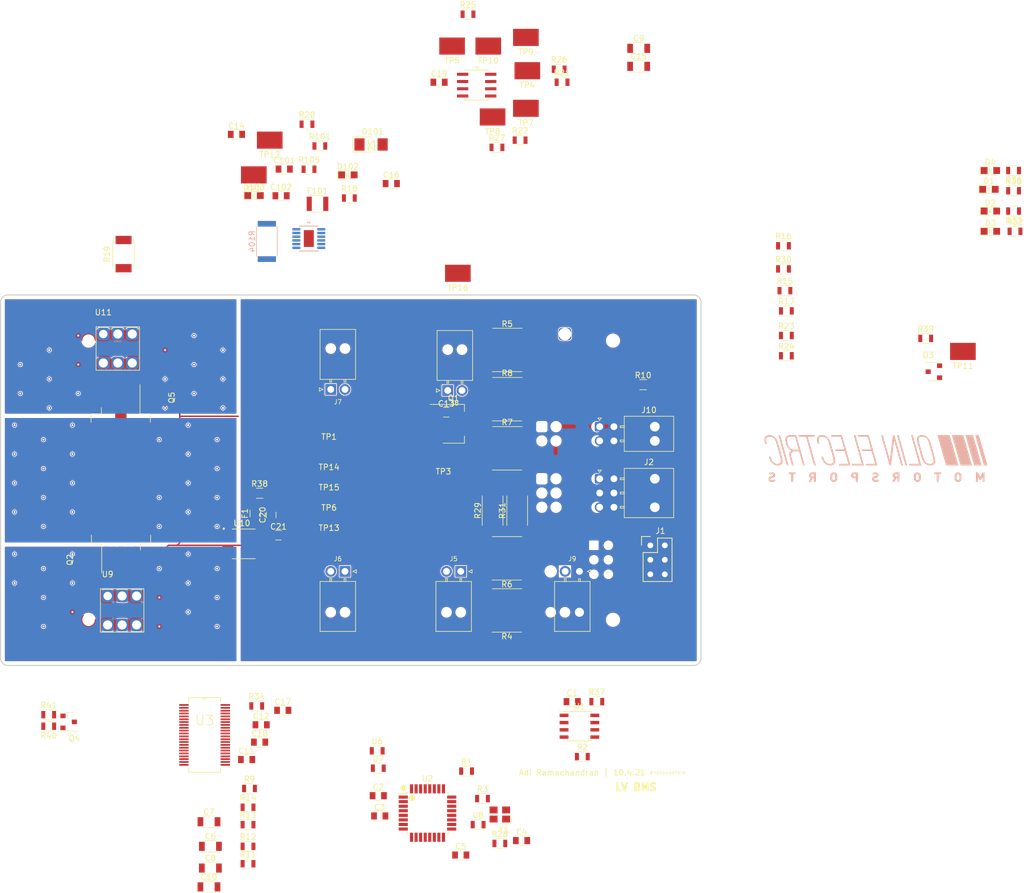
<source format=kicad_pcb>
(kicad_pcb (version 20171130) (host pcbnew 5.1.9-73d0e3b20d~88~ubuntu20.04.1)
  (layers (0 F.Cu signal) (1 In1.Cu power) (2 In2.Cu power) (31 B.Cu signal) (34 B.Paste user) (35 F.Paste user) (36 B.SilkS user) (37 F.SilkS user) (38 B.Mask user) (39 F.Mask user) (44 Edge.Cuts user))
  (net 0 "")
  (net 1 GND)
  (net 2 "Net-(C101-Pad1)")
  (net 3 "Net-(D102-Pad2)")
  (net 4 "Net-(D103-Pad2)")
  (net 5 +5V)
  (net 6 "Net-(C3-Pad1)")
  (net 7 "Net-(C4-Pad1)")
  (net 8 "Net-(C5-Pad1)")
  (net 9 "Net-(C6-Pad2)")
  (net 10 "Net-(C6-Pad1)")
  (net 11 "Net-(C7-Pad2)")
  (net 12 "Net-(C8-Pad2)")
  (net 13 "Net-(C10-Pad1)")
  (net 14 "Net-(C10-Pad2)")
  (net 15 "Net-(C11-Pad1)")
  (net 16 "Net-(C12-Pad1)")
  (net 17 "Net-(C13-Pad1)")
  (net 18 "Net-(C14-Pad1)")
  (net 19 "Net-(C15-Pad1)")
  (net 20 "Net-(C16-Pad1)")
  (net 21 /VREG)
  (net 22 "Net-(C18-Pad2)")
  (net 23 /ON_STATE_CMPNTS_-)
  (net 24 "Net-(C20-Pad1)")
  (net 25 "Net-(D1-Pad2)")
  (net 26 "Net-(D2-Pad2)")
  (net 27 "Net-(D3-Pad2)")
  (net 28 "Net-(D4-Pad2)")
  (net 29 /BATT_4)
  (net 30 /RESET)
  (net 31 /MOSI)
  (net 32 /SCK)
  (net 33 /MISO)
  (net 34 "Net-(J2-Pad6)")
  (net 35 /BATT_3)
  (net 36 /BATT_2)
  (net 37 /BATT_1)
  (net 38 /THERM_5_+)
  (net 39 /THERM_4_+)
  (net 40 /THERM_3_+)
  (net 41 /THERM_0_+)
  (net 42 /THERM_1_+)
  (net 43 /THERM_2_+)
  (net 44 /CAN+)
  (net 45 /CAN-)
  (net 46 "Net-(Q1-Pad1)")
  (net 47 "Net-(Q2-Pad2)")
  (net 48 "Net-(Q2-Pad1)")
  (net 49 "Net-(R4-Pad1)")
  (net 50 "Net-(R5-Pad1)")
  (net 51 "Net-(R6-Pad1)")
  (net 52 "Net-(R7-Pad1)")
  (net 53 "Net-(R14-Pad1)")
  (net 54 "Net-(R18-Pad2)")
  (net 55 "Net-(R19-Pad2)")
  (net 56 /BATTERY_SIDE_DIV_SIG)
  (net 57 /PACK_SIDE_CURRENT_PATH)
  (net 58 /LOAD_SIDE_CURRENT_PATH)
  (net 59 /LOAD_SIDE_DIV_SIG)
  (net 60 /CSB)
  (net 61 /LED_0_+)
  (net 62 /LED_1_+)
  (net 63 /MISO_LIM)
  (net 64 /LED_2_+)
  (net 65 /ON_STATE_CMPNTS_FET_DRIVE)
  (net 66 /CAN_STBY)
  (net 67 /LOAD_SWITCH_FET_DRIVE)
  (net 68 "Net-(Q4-Pad3)")
  (net 69 /COMP_1_OUT)
  (net 70 /COMP_2_OUT)
  (net 71 "Net-(U1-Pad5)")
  (net 72 /CAN_RX)
  (net 73 /CAN_TX)
  (net 74 "Net-(U2-Pad32)")
  (net 75 "Net-(U2-Pad29)")
  (net 76 /CURRENT_SENSE_SIGNAL)
  (net 77 "Net-(U2-Pad21)")
  (net 78 "Net-(U2-Pad3)")
  (net 79 "Net-(U3-Pad2)")
  (net 80 "Net-(U3-Pad5)")
  (net 81 "Net-(U3-Pad7)")
  (net 82 "Net-(U3-Pad18)")
  (net 83 "Net-(U3-Pad19)")
  (net 84 "Net-(U3-Pad20)")
  (net 85 "Net-(U3-Pad25)")
  (net 86 /SCK_LIM)
  (net 87 /MOSI_LIM)
  (net 88 "Net-(U3-Pad42)")
  (net 89 "Net-(U4-Pad5)")
  (net 90 /SHUNT_LOAD_SIDE)
  (net 91 /BATT_SIDE_DIV_SIG)
  (net 92 "Net-(Q2-Pad3)")
  (net 93 "Net-(U4-Pad9)")
  (net 94 "Net-(F1-Pad1)")
  (net 95 "Net-(U3-Pad4)")
  (module footprints:SOT-23-3_OEM (layer F.Cu) (at 30.226 148.082 180)
    (fp_text reference Q4 (at 0 -2.9) (layer F.SilkS))
    (fp_text value MMBF170 hide)
    (pad 1 smd rect (at 0 0 180) (size 0.9 0.8) (layers F.Cu F.Paste F.Mask) (net 67 /LOAD_SWITCH_FET_DRIVE))
    (pad 2 smd rect (at 2 1.05 180) (size 0.9 0.8) (layers F.Cu F.Paste F.Mask) (net 1 GND))
    (pad 3 smd rect (at 2 -1.05 180) (size 0.9 0.8) (layers F.Cu F.Paste F.Mask) (net 68 "Net-(Q4-Pad3)"))
  )
  (module footprints:SOT-23-3_OEM (layer F.Cu) (at 180.086 86.614)
    (fp_text reference Q3 (at 0 -2.9) (layer F.SilkS))
    (fp_text value MMBF170 hide)
    (pad 1 smd rect (at 0 0) (size 0.9 0.8) (layers F.Cu F.Paste F.Mask) (net 65 /ON_STATE_CMPNTS_FET_DRIVE))
    (pad 2 smd rect (at 2 1.05) (size 0.9 0.8) (layers F.Cu F.Paste F.Mask) (net 1 GND))
    (pad 3 smd rect (at 2 -1.05) (size 0.9 0.8) (layers F.Cu F.Paste F.Mask) (net 23 /ON_STATE_CMPNTS_-))
  )
  (module footprints:SOP50P780X200-44N (layer F.Cu) (at 53.086 150.368)
    (fp_text reference U3 (at 0 -2.54) (layer F.SilkS) (effects (font (size 1.716898 1.716898))))
    (fp_text value LTC6810HG-2)
    (pad 1 smd rect (at -3.6322 -5.2578) (size 1.651 0.3048) (layers F.Cu F.Paste F.Mask) (net 1 GND))
    (pad 2 smd rect (at -3.6322 -4.7498) (size 1.651 0.3048) (layers F.Cu F.Paste F.Mask) (net 79 "Net-(U3-Pad2)"))
    (pad 3 smd rect (at -3.6322 -4.2418) (size 1.651 0.3048) (layers F.Cu F.Paste F.Mask) (net 22 "Net-(C18-Pad2)"))
    (pad 4 smd rect (at -3.6322 -3.7592) (size 1.651 0.3048) (layers F.Cu F.Paste F.Mask) (net 95 "Net-(U3-Pad4)"))
    (pad 5 smd rect (at -3.6322 -3.2512) (size 1.651 0.3048) (layers F.Cu F.Paste F.Mask) (net 80 "Net-(U3-Pad5)"))
    (pad 6 smd rect (at -3.6322 -2.7432) (size 1.651 0.3048) (layers F.Cu F.Paste F.Mask) (net 10 "Net-(C6-Pad1)"))
    (pad 7 smd rect (at -3.6322 -2.2606) (size 1.651 0.3048) (layers F.Cu F.Paste F.Mask) (net 81 "Net-(U3-Pad7)"))
    (pad 8 smd rect (at -3.6322 -1.7526) (size 1.651 0.3048) (layers F.Cu F.Paste F.Mask) (net 10 "Net-(C6-Pad1)"))
    (pad 9 smd rect (at -3.6322 -1.2446) (size 1.651 0.3048) (layers F.Cu F.Paste F.Mask) (net 49 "Net-(R4-Pad1)"))
    (pad 10 smd rect (at -3.6322 -0.762) (size 1.651 0.3048) (layers F.Cu F.Paste F.Mask) (net 9 "Net-(C6-Pad2)"))
    (pad 11 smd rect (at -3.6322 -0.254) (size 1.651 0.3048) (layers F.Cu F.Paste F.Mask) (net 50 "Net-(R5-Pad1)"))
    (pad 12 smd rect (at -3.6322 0.254) (size 1.651 0.3048) (layers F.Cu F.Paste F.Mask) (net 11 "Net-(C7-Pad2)"))
    (pad 13 smd rect (at -3.6322 0.762) (size 1.651 0.3048) (layers F.Cu F.Paste F.Mask) (net 51 "Net-(R6-Pad1)"))
    (pad 14 smd rect (at -3.6322 1.2446) (size 1.651 0.3048) (layers F.Cu F.Paste F.Mask) (net 12 "Net-(C8-Pad2)"))
    (pad 15 smd rect (at -3.6322 1.7526) (size 1.651 0.3048) (layers F.Cu F.Paste F.Mask) (net 52 "Net-(R7-Pad1)"))
    (pad 16 smd rect (at -3.6322 2.2606) (size 1.651 0.3048) (layers F.Cu F.Paste F.Mask) (net 13 "Net-(C10-Pad1)"))
    (pad 17 smd rect (at -3.6322 2.7432) (size 1.651 0.3048) (layers F.Cu F.Paste F.Mask) (net 14 "Net-(C10-Pad2)"))
    (pad 18 smd rect (at -3.6322 3.2512) (size 1.651 0.3048) (layers F.Cu F.Paste F.Mask) (net 82 "Net-(U3-Pad18)"))
    (pad 19 smd rect (at -3.6322 3.7592) (size 1.651 0.3048) (layers F.Cu F.Paste F.Mask) (net 83 "Net-(U3-Pad19)"))
    (pad 20 smd rect (at -3.6322 4.2418) (size 1.651 0.3048) (layers F.Cu F.Paste F.Mask) (net 84 "Net-(U3-Pad20)"))
    (pad 21 smd rect (at -3.6322 4.7498) (size 1.651 0.3048) (layers F.Cu F.Paste F.Mask) (net 1 GND))
    (pad 22 smd rect (at -3.6322 5.2578) (size 1.651 0.3048) (layers F.Cu F.Paste F.Mask) (net 1 GND))
    (pad 23 smd rect (at 3.6322 5.2578) (size 1.651 0.3048) (layers F.Cu F.Paste F.Mask) (net 1 GND))
    (pad 24 smd rect (at 3.6322 4.7498) (size 1.651 0.3048) (layers F.Cu F.Paste F.Mask) (net 1 GND))
    (pad 25 smd rect (at 3.6322 4.2418) (size 1.651 0.3048) (layers F.Cu F.Paste F.Mask) (net 85 "Net-(U3-Pad25)"))
    (pad 26 smd rect (at 3.6322 3.7592) (size 1.651 0.3048) (layers F.Cu F.Paste F.Mask) (net 1 GND))
    (pad 27 smd rect (at 3.6322 3.2512) (size 1.651 0.3048) (layers F.Cu F.Paste F.Mask) (net 1 GND))
    (pad 28 smd rect (at 3.6322 2.7432) (size 1.651 0.3048) (layers F.Cu F.Paste F.Mask) (net 1 GND))
    (pad 29 smd rect (at 3.6322 2.2606) (size 1.651 0.3048) (layers F.Cu F.Paste F.Mask) (net 1 GND))
    (pad 30 smd rect (at 3.6322 1.7526) (size 1.651 0.3048) (layers F.Cu F.Paste F.Mask) (net 15 "Net-(C11-Pad1)"))
    (pad 31 smd rect (at 3.6322 1.2446) (size 1.651 0.3048) (layers F.Cu F.Paste F.Mask) (net 16 "Net-(C12-Pad1)"))
    (pad 32 smd rect (at 3.6322 0.762) (size 1.651 0.3048) (layers F.Cu F.Paste F.Mask) (net 21 /VREG))
    (pad 33 smd rect (at 3.6322 0.254) (size 1.651 0.3048) (layers F.Cu F.Paste F.Mask) (net 46 "Net-(Q1-Pad1)"))
    (pad 34 smd rect (at 3.6322 -0.254) (size 1.651 0.3048) (layers F.Cu F.Paste F.Mask) (net 1 GND))
    (pad 35 smd rect (at 3.6322 -0.762) (size 1.651 0.3048) (layers F.Cu F.Paste F.Mask) (net 1 GND))
    (pad 36 smd rect (at 3.6322 -1.2446) (size 1.651 0.3048) (layers F.Cu F.Paste F.Mask) (net 60 /CSB))
    (pad 37 smd rect (at 3.6322 -1.7526) (size 1.651 0.3048) (layers F.Cu F.Paste F.Mask) (net 86 /SCK_LIM))
    (pad 38 smd rect (at 3.6322 -2.2606) (size 1.651 0.3048) (layers F.Cu F.Paste F.Mask) (net 1 GND))
    (pad 39 smd rect (at 3.6322 -2.7432) (size 1.651 0.3048) (layers F.Cu F.Paste F.Mask) (net 1 GND))
    (pad 40 smd rect (at 3.6322 -3.2512) (size 1.651 0.3048) (layers F.Cu F.Paste F.Mask) (net 63 /MISO_LIM))
    (pad 41 smd rect (at 3.6322 -3.7592) (size 1.651 0.3048) (layers F.Cu F.Paste F.Mask) (net 87 /MOSI_LIM))
    (pad 42 smd rect (at 3.6322 -4.2418) (size 1.651 0.3048) (layers F.Cu F.Paste F.Mask) (net 88 "Net-(U3-Pad42)"))
    (pad 43 smd rect (at 3.6322 -4.7498) (size 1.651 0.3048) (layers F.Cu F.Paste F.Mask) (net 1 GND))
    (pad 44 smd rect (at 3.6322 -5.2578) (size 1.651 0.3048) (layers F.Cu F.Paste F.Mask) (net 1 GND))
  )
  (module footprints:Test_Point_SMD (layer F.Cu) (at 97.536 69.342)
    (fp_text reference TP16 (at 0 2.54) (layer F.SilkS))
    (fp_text value Test_Point_SMD)
    (pad 1 smd rect (at 0 0) (size 4.5 3) (layers F.Cu F.Paste F.Mask) (net 1 GND))
  )
  (module footprints:Fuse_1206 (layer F.Cu) (at 61.976 111.506 90)
    (fp_text reference F1 (at 0 -1.82 90) (layer F.SilkS))
    (fp_text value 0685P9500-01)
    (pad 1 smd roundrect (at -1.4 0 90) (size 1.25 1.75) (layers F.Cu F.Paste F.Mask) (roundrect_rratio 0.2) (net 94 "Net-(F1-Pad1)"))
    (pad 2 smd roundrect (at 1.4 0 90) (size 1.25 1.75) (layers F.Cu F.Paste F.Mask) (roundrect_rratio 0.2) (net 57 /PACK_SIDE_CURRENT_PATH))
  )
  (module footprints:MSOP-12_MSE (layer B.Cu) (at 71.374 63.246 180)
    (fp_text reference U4 (at 0 2.8165) (layer B.SilkS) (effects (font (size 0.323574 0.323574) (thickness 0.080894)) (justify mirror)))
    (fp_text value LT3066IMSE-5)
    (pad 13 smd rect (at 0 0 180) (size 1.7526 2.9464) (layers F.Cu F.Mask))
    (pad 12 smd rect (at 2.1844 1.6256 180) (size 1.397 0.4318) (layers B.Cu B.Paste B.Mask) (net 20 "Net-(C16-Pad1)"))
    (pad 11 smd rect (at 2.1844 0.975359 180) (size 1.397 0.4318) (layers B.Cu B.Paste B.Mask) (net 20 "Net-(C16-Pad1)"))
    (pad 10 smd rect (at 2.1844 0.325119 180) (size 1.397 0.4318) (layers B.Cu B.Paste B.Mask) (net 20 "Net-(C16-Pad1)"))
    (pad 9 smd rect (at 2.1844 -0.325119 180) (size 1.397 0.4318) (layers B.Cu B.Paste B.Mask) (net 93 "Net-(U4-Pad9)"))
    (pad 8 smd rect (at 2.1844 -0.975359 180) (size 1.397 0.4318) (layers B.Cu B.Paste B.Mask) (net 1 GND))
    (pad 7 smd rect (at 2.1844 -1.6256 180) (size 1.397 0.4318) (layers B.Cu B.Paste B.Mask) (net 19 "Net-(C15-Pad1)"))
    (pad 6 smd rect (at -2.1844 -1.6256 180) (size 1.397 0.4318) (layers B.Cu B.Paste B.Mask) (net 1 GND))
    (pad 5 smd rect (at -2.1844 -0.975359 180) (size 1.397 0.4318) (layers B.Cu B.Paste B.Mask) (net 89 "Net-(U4-Pad5)"))
    (pad 4 smd rect (at -2.1844 -0.325119 180) (size 1.397 0.4318) (layers B.Cu B.Paste B.Mask) (net 54 "Net-(R18-Pad2)"))
    (pad 3 smd rect (at -2.1844 0.325119 180) (size 1.397 0.4318) (layers B.Cu B.Paste B.Mask) (net 2 "Net-(C101-Pad1)"))
    (pad 2 smd rect (at -2.1844 0.975359 180) (size 1.397 0.4318) (layers B.Cu B.Paste B.Mask) (net 2 "Net-(C101-Pad1)"))
    (pad 1 smd rect (at -2.1844 1.6256 180) (size 1.397 0.4318) (layers B.Cu B.Paste B.Mask) (net 18 "Net-(C14-Pad1)"))
  )
  (module footprints:TO-263-3-TabPin2 (layer F.Cu) (at 40.194 98.795 270)
    (fp_text reference Q5 (at -7.62 -7.12 90) (layer F.SilkS))
    (fp_text value SQM110P06)
    (pad 2 smd rect (at -7.615 1.84 270) (size 4.6 1.1) (layers F.Cu F.Paste F.Mask) (net 47 "Net-(Q2-Pad2)"))
    (pad 3 smd rect (at -7.615 4.38 270) (size 4.6 1.1) (layers F.Cu F.Paste F.Mask) (net 58 /LOAD_SIDE_CURRENT_PATH))
    (pad 2 smd rect (at 1.535 1.84 270) (size 9.4 10.8) (layers F.Cu F.Mask) (net 47 "Net-(Q2-Pad2)"))
    (pad 1 smd rect (at -7.615 -0.7 270) (size 4.6 1.1) (layers F.Cu F.Paste F.Mask) (net 48 "Net-(Q2-Pad1)"))
  )
  (module footprints:TO-263-3-TabPin2 (layer F.Cu) (at 36.576 112.014 90)
    (fp_text reference Q2 (at -7.62 -7.12 90) (layer F.SilkS))
    (fp_text value SQM110P06)
    (pad 2 smd rect (at -7.615 1.84 90) (size 4.6 1.1) (layers F.Cu F.Paste F.Mask) (net 47 "Net-(Q2-Pad2)"))
    (pad 3 smd rect (at -7.615 4.38 90) (size 4.6 1.1) (layers F.Cu F.Paste F.Mask) (net 92 "Net-(Q2-Pad3)"))
    (pad 2 smd rect (at 1.535 1.84 90) (size 9.4 10.8) (layers F.Cu F.Mask) (net 47 "Net-(Q2-Pad2)"))
    (pad 1 smd rect (at -7.615 -0.7 90) (size 4.6 1.1) (layers F.Cu F.Paste F.Mask) (net 48 "Net-(Q2-Pad1)"))
  )
  (module formula:MountingHole_2.2mm_M2 (layer F.Cu) (at 116.332 80.01)
    (fp_text reference REF**)
    (fp_text value MountingHole_2.2mm_M2)
    (pad 1 thru_hole roundrect (at 0 0) (size 2.2 2.2) (drill 2.2) (layers *.Cu *.Mask) (net 1 GND))
  )
  (module footprints:Test_Point_SMD (layer F.Cu) (at 74.93 104.394)
    (fp_text reference TP15 (at 0 2.54) (layer F.SilkS))
    (fp_text value Test_Point_SMD)
    (pad 1 smd rect (at 0 0) (size 4.5 3) (layers F.Cu F.Paste F.Mask) (net 23 /ON_STATE_CMPNTS_-))
  )
  (module footprints:Test_Point_SMD (layer F.Cu) (at 74.93 100.838)
    (fp_text reference TP14 (at 0 2.54) (layer F.SilkS))
    (fp_text value Test_Point_SMD)
    (pad 1 smd rect (at 0 0) (size 4.5 3) (layers F.Cu F.Paste F.Mask) (net 38 /THERM_5_+))
  )
  (module footprints:R_0805_OEM (layer F.Cu) (at 71.406 51.084)
    (fp_text reference R105 (at 0 -1.65) (layer F.SilkS))
    (fp_text value R_200 hide)
    (pad 1 smd rect (at -0.95 0) (size 0.7 1.3) (layers F.Cu F.Paste F.Mask) (net 20 "Net-(C16-Pad1)"))
    (pad 2 smd rect (at 0.95 0) (size 0.7 1.3) (layers F.Cu F.Paste F.Mask) (net 4 "Net-(D103-Pad2)"))
  )
  (module footprints:R_2512_OEM (layer B.Cu) (at 64.008 63.754 270)
    (fp_text reference R104 (at 0 2.6 270) (layer B.SilkS) (effects (justify mirror)))
    (fp_text value R_0_2512 hide)
    (pad 1 smd rect (at -3.1 0 270) (size 1 3.2) (layers B.Cu B.Paste B.Mask) (net 20 "Net-(C16-Pad1)"))
    (pad 2 smd rect (at 3.1 0 270) (size 1 3.2) (layers B.Cu B.Paste B.Mask) (net 5 +5V))
  )
  (module footprints:R_0805_OEM (layer F.Cu) (at 73.306 47.004)
    (fp_text reference R101 (at 0 -1.65) (layer F.SilkS))
    (fp_text value R_1K hide)
    (pad 1 smd rect (at -0.95 0) (size 0.7 1.3) (layers F.Cu F.Paste F.Mask) (net 2 "Net-(C101-Pad1)"))
    (pad 2 smd rect (at 0.95 0) (size 0.7 1.3) (layers F.Cu F.Paste F.Mask) (net 3 "Net-(D102-Pad2)"))
  )
  (module footprints:Fuse_1210 (layer F.Cu) (at 72.898 57.15)
    (fp_text reference F101 (at 0 -2.25) (layer F.SilkS))
    (fp_text value F_500mA_16V hide)
    (pad 1 smd rect (at -1.45 0) (size 0.9 2.5) (layers F.Cu F.Paste F.Mask) (net 2 "Net-(C101-Pad1)"))
    (pad 2 smd rect (at 1.45 0) (size 0.9 2.5) (layers F.Cu F.Paste F.Mask) (net 29 /BATT_4))
  )
  (module footprints:LED_0805_OEM (layer F.Cu) (at 61.756 55.699)
    (fp_text reference D103 (at 0 -1.45) (layer F.SilkS))
    (fp_text value LED_0805 hide)
    (pad 2 smd rect (at 1.1 0 180) (size 1.2 1.2) (layers F.Cu F.Paste F.Mask) (net 4 "Net-(D103-Pad2)"))
    (pad 1 smd rect (at -1.1 0 180) (size 1.2 1.2) (layers F.Cu F.Paste F.Mask) (net 1 GND))
  )
  (module footprints:LED_0805_OEM (layer F.Cu) (at 78.232 52.07)
    (fp_text reference D102 (at 0 -1.45) (layer F.SilkS))
    (fp_text value LED_0805 hide)
    (pad 2 smd rect (at 1.1 0 180) (size 1.2 1.2) (layers F.Cu F.Paste F.Mask) (net 3 "Net-(D102-Pad2)"))
    (pad 1 smd rect (at -1.1 0 180) (size 1.2 1.2) (layers F.Cu F.Paste F.Mask) (net 1 GND))
  )
  (module footprints:DO-214AA (layer F.Cu) (at 82.296 46.736)
    (fp_text reference D101 (at 0.3 -2.25) (layer F.SilkS))
    (fp_text value D_Zener_18V hide)
    (pad 2 smd rect (at 2.032 0 180) (size 1.778 2.159) (layers F.Cu F.Paste F.Mask) (net 1 GND))
    (pad 1 smd rect (at -2.032 0 180) (size 1.778 2.159) (layers F.Cu F.Paste F.Mask) (net 2 "Net-(C101-Pad1)"))
  )
  (module footprints:C_0805_OEM (layer F.Cu) (at 66.506 55.734)
    (fp_text reference C102 (at 0 -1.5) (layer F.SilkS))
    (fp_text value C_2.2uF hide)
    (pad 1 smd rect (at -1 0) (size 1 1.25) (layers F.Cu F.Paste F.Mask) (net 2 "Net-(C101-Pad1)"))
    (pad 2 smd rect (at 1 0) (size 1 1.25) (layers F.Cu F.Paste F.Mask) (net 1 GND))
  )
  (module footprints:C_0805_OEM (layer F.Cu) (at 67.056 51.054)
    (fp_text reference C101 (at 0 -1.5) (layer F.SilkS))
    (fp_text value C_0.1uF hide)
    (pad 1 smd rect (at -1 0) (size 1 1.25) (layers F.Cu F.Paste F.Mask) (net 2 "Net-(C101-Pad1)"))
    (pad 2 smd rect (at 1 0) (size 1 1.25) (layers F.Cu F.Paste F.Mask) (net 1 GND))
  )
  (module footprints:Logo_Large (layer B.Cu) (at 170.942 101.854 180)
    (fp_text reference G*** hide)
    (fp_text value LOGO hide)
  )
  (module footprints:Crystal_SMD_FA238 (layer F.Cu) (at 104.902 164.338 180)
    (fp_text reference Y1 (at -0.67564 -2.66192) (layer F.SilkS))
    (fp_text value Crystal_SMD hide)
    (pad 4 smd rect (at -1.1 -0.8 180) (size 1.4 1.2) (layers F.Cu F.Mask) (net 1 GND))
    (pad 3 smd rect (at 1.1 -0.8 180) (size 1.4 1.2) (layers F.Cu F.Mask) (net 8 "Net-(C5-Pad1)"))
    (pad 2 smd rect (at 1.1 0.8 180) (size 1.4 1.2) (layers F.Cu F.Mask) (net 1 GND))
    (pad 1 smd rect (at -1.1 0.8 180) (size 1.4 1.2) (layers F.Cu F.Mask) (net 7 "Net-(C4-Pad1)"))
  )
  (module footprints:redcube_pressfit_6pin (layer F.Cu) (at 37.846 82.55)
    (fp_text reference U11 (at -2.54 -6.35) (layer F.SilkS))
    (fp_text value redcube-7461057)
    (pad 1 thru_hole roundrect (at -2.54 -2.54) (size 2.2 2.2) (drill 1.475) (layers *.Cu *.Mask) (net 58 /LOAD_SIDE_CURRENT_PATH))
    (pad 1 thru_hole roundrect (at 0 -2.54) (size 2.2 2.2) (drill 1.6) (layers *.Cu *.Mask) (net 58 /LOAD_SIDE_CURRENT_PATH))
    (pad 1 thru_hole roundrect (at 2.54 -2.54) (size 2.2 2.2) (drill 1.6) (layers *.Cu *.Mask) (net 58 /LOAD_SIDE_CURRENT_PATH))
    (pad 1 thru_hole roundrect (at 2.54 2.54) (size 2.2 2.2) (drill 1.6) (layers *.Cu *.Mask) (net 58 /LOAD_SIDE_CURRENT_PATH))
    (pad 1 thru_hole roundrect (at 0 2.54) (size 2.2 2.2) (drill 1.6) (layers *.Cu *.Mask) (net 58 /LOAD_SIDE_CURRENT_PATH))
    (pad 1 thru_hole roundrect (at -2.54 2.54) (size 2.2 2.2) (drill 1.6) (layers *.Cu *.Mask) (net 58 /LOAD_SIDE_CURRENT_PATH))
  )
  (module footprints:OPTO_HCPL-070A-000E (layer F.Cu) (at 59.944 116.84)
    (fp_text reference U10 (at -0.325 -3.635) (layer F.SilkS))
    (fp_text value ACHS-7124)
    (pad 8 smd rect (at 2.795 -1.905) (size 1.9 0.64) (layers F.Cu F.Paste F.Mask) (net 5 +5V))
    (pad 7 smd rect (at 2.795 -0.635) (size 1.9 0.64) (layers F.Cu F.Paste F.Mask) (net 76 /CURRENT_SENSE_SIGNAL))
    (pad 6 smd rect (at 2.795 0.635) (size 1.9 0.64) (layers F.Cu F.Paste F.Mask) (net 24 "Net-(C20-Pad1)"))
    (pad 5 smd rect (at 2.795 1.905) (size 1.9 0.64) (layers F.Cu F.Paste F.Mask) (net 23 /ON_STATE_CMPNTS_-))
    (pad 4 smd rect (at -2.795 1.905) (size 1.9 0.64) (layers F.Cu F.Paste F.Mask) (net 92 "Net-(Q2-Pad3)"))
    (pad 3 smd rect (at -2.795 0.635) (size 1.9 0.64) (layers F.Cu F.Paste F.Mask) (net 92 "Net-(Q2-Pad3)"))
    (pad 2 smd rect (at -2.795 -0.635) (size 1.9 0.64) (layers F.Cu F.Paste F.Mask) (net 57 /PACK_SIDE_CURRENT_PATH))
    (pad 1 smd rect (at -2.795 -1.905) (size 1.9 0.64) (layers F.Cu F.Paste F.Mask) (net 57 /PACK_SIDE_CURRENT_PATH))
  )
  (module footprints:redcube_pressfit_6pin (layer F.Cu) (at 38.608 128.524)
    (fp_text reference U9 (at -2.54 -6.35) (layer F.SilkS))
    (fp_text value redcube-7461057)
    (pad 1 thru_hole roundrect (at -2.54 -2.54) (size 2.2 2.2) (drill 1.475) (layers *.Cu *.Mask) (net 94 "Net-(F1-Pad1)"))
    (pad 1 thru_hole roundrect (at 0 -2.54) (size 2.2 2.2) (drill 1.6) (layers *.Cu *.Mask) (net 94 "Net-(F1-Pad1)"))
    (pad 1 thru_hole roundrect (at 2.54 -2.54) (size 2.2 2.2) (drill 1.6) (layers *.Cu *.Mask) (net 94 "Net-(F1-Pad1)"))
    (pad 1 thru_hole roundrect (at 2.54 2.54) (size 2.2 2.2) (drill 1.6) (layers *.Cu *.Mask) (net 94 "Net-(F1-Pad1)"))
    (pad 1 thru_hole roundrect (at 0 2.54) (size 2.2 2.2) (drill 1.6) (layers *.Cu *.Mask) (net 94 "Net-(F1-Pad1)"))
    (pad 1 thru_hole roundrect (at -2.54 2.54) (size 2.2 2.2) (drill 1.6) (layers *.Cu *.Mask) (net 94 "Net-(F1-Pad1)"))
  )
  (module footprints:R_0805_OEM (layer F.Cu) (at 101.092 166.116)
    (fp_text reference U8 (at 0 -1.65) (layer F.SilkS))
    (fp_text value R_500 hide)
    (pad 1 smd rect (at -0.95 0) (size 0.7 1.3) (layers F.Cu F.Paste F.Mask) (net 32 /SCK))
    (pad 2 smd rect (at 0.95 0) (size 0.7 1.3) (layers F.Cu F.Paste F.Mask) (net 86 /SCK_LIM))
  )
  (module footprints:R_0805_OEM (layer F.Cu) (at 83.566 156.21)
    (fp_text reference U7 (at 0 -1.65) (layer F.SilkS))
    (fp_text value R_500 hide)
    (pad 2 smd rect (at 0.95 0) (size 0.7 1.3) (layers F.Cu F.Paste F.Mask) (net 87 /MOSI_LIM))
    (pad 1 smd rect (at -0.95 0) (size 0.7 1.3) (layers F.Cu F.Paste F.Mask) (net 31 /MOSI))
  )
  (module footprints:R_0805_OEM (layer F.Cu) (at 83.378 153.162)
    (fp_text reference U6 (at 0 -1.65) (layer F.SilkS))
    (fp_text value R_500 hide)
    (pad 2 smd rect (at 0.95 0) (size 0.7 1.3) (layers F.Cu F.Paste F.Mask) (net 63 /MISO_LIM))
    (pad 1 smd rect (at -0.95 0) (size 0.7 1.3) (layers F.Cu F.Paste F.Mask) (net 33 /MISO))
  )
  (module footprints:SO-8_S (layer F.Cu) (at 100.838 36.322)
    (fp_text reference U5 (at 0 -3.0717) (layer F.SilkS) (effects (font (size 0.314961 0.314961) (thickness 0.07874))))
    (fp_text value LT1017IS8)
    (pad 8 smd rect (at 2.4638 -1.905) (size 1.9812 0.5334) (layers F.Cu F.Paste F.Mask) (net 91 /BATT_SIDE_DIV_SIG))
    (pad 7 smd rect (at 2.4638 -0.635) (size 1.9812 0.5334) (layers F.Cu F.Paste F.Mask) (net 69 /COMP_1_OUT))
    (pad 6 smd rect (at 2.4638 0.635) (size 1.9812 0.5334) (layers F.Cu F.Paste F.Mask) (net 5 +5V))
    (pad 5 smd rect (at 2.4638 1.905) (size 1.9812 0.5334) (layers F.Cu F.Paste F.Mask) (net 70 /COMP_2_OUT))
    (pad 4 smd rect (at -2.4638 1.905) (size 1.9812 0.5334) (layers F.Cu F.Paste F.Mask) (net 59 /LOAD_SIDE_DIV_SIG))
    (pad 3 smd rect (at -2.4638 0.635) (size 1.9812 0.5334) (layers F.Cu F.Paste F.Mask) (net 29 /BATT_4))
    (pad 2 smd rect (at -2.4638 -0.635) (size 1.9812 0.5334) (layers F.Cu F.Paste F.Mask) (net 1 GND))
    (pad 1 smd rect (at -2.4638 -1.905) (size 1.9812 0.5334) (layers F.Cu F.Paste F.Mask) (net 90 /SHUNT_LOAD_SIDE))
  )
  (module footprints:TQFP-32_7x7mm_Pitch0.8mm (layer F.Cu) (at 92.202 164.084)
    (fp_text reference U2 (at 0 -6.05) (layer F.SilkS))
    (fp_text value ATMEGA16M1 hide)
    (pad 1 smd rect (at -4.25 -2.8) (size 1.6 0.55) (layers F.Cu F.Paste F.Mask) (net 33 /MISO))
    (pad 2 smd rect (at -4.25 -2) (size 1.6 0.55) (layers F.Cu F.Paste F.Mask) (net 31 /MOSI))
    (pad 3 smd rect (at -4.25 -1.2) (size 1.6 0.55) (layers F.Cu F.Paste F.Mask) (net 78 "Net-(U2-Pad3)"))
    (pad 4 smd rect (at -4.25 -0.4) (size 1.6 0.55) (layers F.Cu F.Paste F.Mask) (net 5 +5V))
    (pad 5 smd rect (at -4.25 0.4) (size 1.6 0.55) (layers F.Cu F.Paste F.Mask) (net 1 GND))
    (pad 6 smd rect (at -4.25 1.2) (size 1.6 0.55) (layers F.Cu F.Paste F.Mask) (net 73 /CAN_TX))
    (pad 7 smd rect (at -4.25 2) (size 1.6 0.55) (layers F.Cu F.Paste F.Mask) (net 72 /CAN_RX))
    (pad 8 smd rect (at -4.25 2.8) (size 1.6 0.55) (layers F.Cu F.Paste F.Mask) (net 61 /LED_0_+))
    (pad 9 smd rect (at -2.8 4.25 90) (size 1.6 0.55) (layers F.Cu F.Paste F.Mask) (net 62 /LED_1_+))
    (pad 10 smd rect (at -2 4.25 90) (size 1.6 0.55) (layers F.Cu F.Paste F.Mask) (net 8 "Net-(C5-Pad1)"))
    (pad 11 smd rect (at -1.2 4.25 90) (size 1.6 0.55) (layers F.Cu F.Paste F.Mask) (net 7 "Net-(C4-Pad1)"))
    (pad 12 smd rect (at -0.4 4.25 90) (size 1.6 0.55) (layers F.Cu F.Paste F.Mask) (net 32 /SCK))
    (pad 13 smd rect (at 0.4 4.25 90) (size 1.6 0.55) (layers F.Cu F.Paste F.Mask) (net 39 /THERM_4_+))
    (pad 14 smd rect (at 1.2 4.25 90) (size 1.6 0.55) (layers F.Cu F.Paste F.Mask) (net 38 /THERM_5_+))
    (pad 15 smd rect (at 2 4.25 90) (size 1.6 0.55) (layers F.Cu F.Paste F.Mask) (net 60 /CSB))
    (pad 16 smd rect (at 2.8 4.25 90) (size 1.6 0.55) (layers F.Cu F.Paste F.Mask) (net 69 /COMP_1_OUT))
    (pad 17 smd rect (at 4.25 2.8) (size 1.6 0.55) (layers F.Cu F.Paste F.Mask) (net 42 /THERM_1_+))
    (pad 18 smd rect (at 4.25 2) (size 1.6 0.55) (layers F.Cu F.Paste F.Mask) (net 43 /THERM_2_+))
    (pad 19 smd rect (at 4.25 1.2) (size 1.6 0.55) (layers F.Cu F.Paste F.Mask) (net 6 "Net-(C3-Pad1)"))
    (pad 20 smd rect (at 4.25 0.4) (size 1.6 0.55) (layers F.Cu F.Paste F.Mask) (net 1 GND))
    (pad 21 smd rect (at 4.25 -0.4) (size 1.6 0.55) (layers F.Cu F.Paste F.Mask) (net 77 "Net-(U2-Pad21)"))
    (pad 22 smd rect (at 4.25 -1.2) (size 1.6 0.55) (layers F.Cu F.Paste F.Mask) (net 40 /THERM_3_+))
    (pad 23 smd rect (at 4.25 -2) (size 1.6 0.55) (layers F.Cu F.Paste F.Mask) (net 66 /CAN_STBY))
    (pad 24 smd rect (at 4.25 -2.8) (size 1.6 0.55) (layers F.Cu F.Paste F.Mask) (net 64 /LED_2_+))
    (pad 25 smd rect (at 2.8 -4.25 90) (size 1.6 0.55) (layers F.Cu F.Paste F.Mask) (net 67 /LOAD_SWITCH_FET_DRIVE))
    (pad 26 smd rect (at 2 -4.25 90) (size 1.6 0.55) (layers F.Cu F.Paste F.Mask) (net 70 /COMP_2_OUT))
    (pad 27 smd rect (at 1.2 -4.25 90) (size 1.6 0.55) (layers F.Cu F.Paste F.Mask) (net 41 /THERM_0_+))
    (pad 28 smd rect (at 0.4 -4.25 90) (size 1.6 0.55) (layers F.Cu F.Paste F.Mask) (net 76 /CURRENT_SENSE_SIGNAL))
    (pad 29 smd rect (at -0.4 -4.25 90) (size 1.6 0.55) (layers F.Cu F.Paste F.Mask) (net 75 "Net-(U2-Pad29)"))
    (pad 30 smd rect (at -1.2 -4.25 90) (size 1.6 0.55) (layers F.Cu F.Paste F.Mask) (net 65 /ON_STATE_CMPNTS_FET_DRIVE))
    (pad 31 smd rect (at -2 -4.25 90) (size 1.6 0.55) (layers F.Cu F.Paste F.Mask) (net 30 /RESET))
    (pad 32 smd rect (at -2.8 -4.25 90) (size 1.6 0.55) (layers F.Cu F.Paste F.Mask) (net 74 "Net-(U2-Pad32)"))
  )
  (module footprints:SOIC-8_3.9x4.9mm_Pitch1.27mm_OEM (layer F.Cu) (at 118.872 148.844)
    (fp_text reference U1 (at 0 -3.5) (layer F.SilkS))
    (fp_text value MCP2561-E_SN hide)
    (pad 8 smd rect (at 2.7 -1.905) (size 1.55 0.6) (layers F.Cu F.Paste F.Mask) (net 66 /CAN_STBY))
    (pad 7 smd rect (at 2.7 -0.635) (size 1.55 0.6) (layers F.Cu F.Paste F.Mask) (net 44 /CAN+))
    (pad 6 smd rect (at 2.7 0.635) (size 1.55 0.6) (layers F.Cu F.Paste F.Mask) (net 45 /CAN-))
    (pad 5 smd rect (at 2.7 1.905) (size 1.55 0.6) (layers F.Cu F.Paste F.Mask) (net 71 "Net-(U1-Pad5)"))
    (pad 4 smd rect (at -2.7 1.905) (size 1.55 0.6) (layers F.Cu F.Paste F.Mask) (net 72 /CAN_RX))
    (pad 3 smd rect (at -2.7 0.635) (size 1.55 0.6) (layers F.Cu F.Paste F.Mask) (net 5 +5V))
    (pad 2 smd rect (at -2.7 -0.635) (size 1.55 0.6) (layers F.Cu F.Paste F.Mask) (net 1 GND))
    (pad 1 smd rect (at -2.7 -1.905) (size 1.55 0.6) (layers F.Cu F.Paste F.Mask) (net 73 /CAN_TX))
  )
  (module footprints:Test_Point_SMD (layer F.Cu) (at 74.93 111.506)
    (fp_text reference TP13 (at 0 2.54) (layer F.SilkS))
    (fp_text value Test_Point_SMD)
    (pad 1 smd rect (at 0 0) (size 4.5 3) (layers F.Cu F.Paste F.Mask) (net 48 "Net-(Q2-Pad1)"))
  )
  (module footprints:Test_Point_SMD (layer F.Cu) (at 64.516 45.974)
    (fp_text reference TP12 (at 0 2.54) (layer F.SilkS))
    (fp_text value Test_Point_SMD)
    (pad 1 smd rect (at 0 0) (size 4.5 3) (layers F.Cu F.Paste F.Mask) (net 29 /BATT_4))
  )
  (module footprints:Test_Point_SMD (layer F.Cu) (at 186.182 83.058)
    (fp_text reference TP11 (at 0 2.54) (layer F.SilkS))
    (fp_text value Test_Point_SMD)
    (pad 1 smd rect (at 0 0) (size 4.5 3) (layers F.Cu F.Paste F.Mask) (net 23 /ON_STATE_CMPNTS_-))
  )
  (module footprints:Test_Point_SMD (layer F.Cu) (at 102.87 29.464)
    (fp_text reference TP10 (at 0 2.54) (layer F.SilkS))
    (fp_text value Test_Point_SMD)
    (pad 1 smd rect (at 0 0) (size 4.5 3) (layers F.Cu F.Paste F.Mask) (net 70 /COMP_2_OUT))
  )
  (module footprints:Test_Point_SMD (layer F.Cu) (at 109.474 27.94)
    (fp_text reference TP9 (at 0 2.54) (layer F.SilkS))
    (fp_text value Test_Point_SMD)
    (pad 1 smd rect (at 0 0) (size 4.5 3) (layers F.Cu F.Paste F.Mask) (net 58 /LOAD_SIDE_CURRENT_PATH))
  )
  (module footprints:Test_Point_SMD (layer F.Cu) (at 103.632 41.91)
    (fp_text reference TP8 (at 0 2.54) (layer F.SilkS))
    (fp_text value Test_Point_SMD)
    (pad 1 smd rect (at 0 0) (size 4.5 3) (layers F.Cu F.Paste F.Mask) (net 59 /LOAD_SIDE_DIV_SIG))
  )
  (module footprints:Test_Point_SMD (layer F.Cu) (at 109.474 40.386)
    (fp_text reference TP7 (at 0 2.54) (layer F.SilkS))
    (fp_text value Test_Point_SMD)
    (pad 1 smd rect (at 0 0) (size 4.5 3) (layers F.Cu F.Paste F.Mask) (net 56 /BATTERY_SIDE_DIV_SIG))
  )
  (module footprints:Test_Point_SMD (layer F.Cu) (at 74.93 107.95)
    (fp_text reference TP6 (at 0 2.54) (layer F.SilkS))
    (fp_text value Test_Point_SMD)
    (pad 1 smd rect (at 0 0) (size 4.5 3) (layers F.Cu F.Paste F.Mask) (net 47 "Net-(Q2-Pad2)"))
  )
  (module footprints:Test_Point_SMD (layer F.Cu) (at 96.52 29.464)
    (fp_text reference TP5 (at 0 2.54) (layer F.SilkS))
    (fp_text value Test_Point_SMD)
    (pad 1 smd rect (at 0 0) (size 4.5 3) (layers F.Cu F.Paste F.Mask) (net 57 /PACK_SIDE_CURRENT_PATH))
  )
  (module footprints:Test_Point_SMD (layer F.Cu) (at 109.728 33.782)
    (fp_text reference TP4 (at 0 2.54) (layer F.SilkS))
    (fp_text value Test_Point_SMD)
    (pad 1 smd rect (at 0 0) (size 4.5 3) (layers F.Cu F.Paste F.Mask) (net 69 /COMP_1_OUT))
  )
  (module footprints:Test_Point_SMD (layer F.Cu) (at 94.996 101.6)
    (fp_text reference TP3 (at 0 2.54) (layer F.SilkS))
    (fp_text value Test_Point_SMD)
    (pad 1 smd rect (at 0 0) (size 4.5 3) (layers F.Cu F.Paste F.Mask) (net 21 /VREG))
  )
  (module footprints:Test_Point_SMD (layer F.Cu) (at 61.722 52.07)
    (fp_text reference TP2 (at 0 2.54) (layer F.SilkS))
    (fp_text value Test_Point_SMD)
    (pad 1 smd rect (at 0 0) (size 4.5 3) (layers F.Cu F.Paste F.Mask) (net 20 "Net-(C16-Pad1)"))
  )
  (module footprints:Test_Point_SMD (layer F.Cu) (at 74.93 95.504)
    (fp_text reference TP1 (at 0 2.54) (layer F.SilkS))
    (fp_text value Test_Point_SMD)
    (pad 1 smd rect (at 0 0) (size 4.5 3) (layers F.Cu F.Paste F.Mask) (net 10 "Net-(C6-Pad1)"))
  )
  (module footprints:R_0805_OEM (layer F.Cu) (at 25.72 146.812)
    (fp_text reference R41 (at 0 -1.65) (layer F.SilkS))
    (fp_text value R_10 hide)
    (pad 2 smd rect (at 0.95 0) (size 0.7 1.3) (layers F.Cu F.Paste F.Mask) (net 68 "Net-(Q4-Pad3)"))
    (pad 1 smd rect (at -0.95 0) (size 0.7 1.3) (layers F.Cu F.Paste F.Mask) (net 48 "Net-(Q2-Pad1)"))
  )
  (module footprints:R_0805_OEM (layer F.Cu) (at 25.72 148.844 180)
    (fp_text reference R40 (at 0 -1.65) (layer F.SilkS))
    (fp_text value R_10K hide)
    (pad 2 smd rect (at 0.95 0 180) (size 0.7 1.3) (layers F.Cu F.Paste F.Mask) (net 48 "Net-(Q2-Pad1)"))
    (pad 1 smd rect (at -0.95 0 180) (size 0.7 1.3) (layers F.Cu F.Paste F.Mask) (net 47 "Net-(Q2-Pad2)"))
  )
  (module footprints:R_0805_OEM (layer F.Cu) (at 179.644 80.772)
    (fp_text reference R39 (at 0 -1.65) (layer F.SilkS))
    (fp_text value R_100K hide)
    (pad 2 smd rect (at 0.95 0) (size 0.7 1.3) (layers F.Cu F.Paste F.Mask) (net 1 GND))
    (pad 1 smd rect (at -0.95 0) (size 0.7 1.3) (layers F.Cu F.Paste F.Mask) (net 65 /ON_STATE_CMPNTS_FET_DRIVE))
  )
  (module footprints:R_0805_OEM (layer F.Cu) (at 62.738 107.95)
    (fp_text reference R38 (at 0 -1.65) (layer F.SilkS))
    (fp_text value R_100K hide)
    (pad 2 smd rect (at 0.95 0) (size 0.7 1.3) (layers F.Cu F.Paste F.Mask) (net 1 GND))
    (pad 1 smd rect (at -0.95 0) (size 0.7 1.3) (layers F.Cu F.Paste F.Mask) (net 67 /LOAD_SWITCH_FET_DRIVE))
  )
  (module footprints:R_0805_OEM (layer F.Cu) (at 121.92 144.526)
    (fp_text reference R37 (at 0 -1.65) (layer F.SilkS))
    (fp_text value R_100K hide)
    (pad 2 smd rect (at 0.95 0) (size 0.7 1.3) (layers F.Cu F.Paste F.Mask) (net 66 /CAN_STBY))
    (pad 1 smd rect (at -0.95 0) (size 0.7 1.3) (layers F.Cu F.Paste F.Mask) (net 5 +5V))
  )
  (module footprints:R_0805_OEM (layer F.Cu) (at 195.072 51.308 180)
    (fp_text reference R36 (at 0 -1.65) (layer F.SilkS))
    (fp_text value R_200 hide)
    (pad 2 smd rect (at 0.95 0 180) (size 0.7 1.3) (layers F.Cu F.Paste F.Mask) (net 28 "Net-(D4-Pad2)"))
    (pad 1 smd rect (at -0.95 0 180) (size 0.7 1.3) (layers F.Cu F.Paste F.Mask) (net 65 /ON_STATE_CMPNTS_FET_DRIVE))
  )
  (module footprints:R_0805_OEM (layer F.Cu) (at 195.072 54.864)
    (fp_text reference R35 (at 0 -1.65) (layer F.SilkS))
    (fp_text value R_200 hide)
    (pad 2 smd rect (at 0.95 0) (size 0.7 1.3) (layers F.Cu F.Paste F.Mask) (net 27 "Net-(D3-Pad2)"))
    (pad 1 smd rect (at -0.95 0) (size 0.7 1.3) (layers F.Cu F.Paste F.Mask) (net 64 /LED_2_+))
  )
  (module footprints:R_0805_OEM (layer F.Cu) (at 62.23 145.288)
    (fp_text reference R34 (at 0 -1.65) (layer F.SilkS))
    (fp_text value R_10K hide)
    (pad 2 smd rect (at 0.95 0) (size 0.7 1.3) (layers F.Cu F.Paste F.Mask) (net 63 /MISO_LIM))
    (pad 1 smd rect (at -0.95 0) (size 0.7 1.3) (layers F.Cu F.Paste F.Mask) (net 5 +5V))
  )
  (module footprints:R_0805_OEM (layer F.Cu) (at 195.072 58.42 180)
    (fp_text reference R33 (at 0 -1.65) (layer F.SilkS))
    (fp_text value R_200 hide)
    (pad 2 smd rect (at 0.95 0 180) (size 0.7 1.3) (layers F.Cu F.Paste F.Mask) (net 26 "Net-(D2-Pad2)"))
    (pad 1 smd rect (at -0.95 0 180) (size 0.7 1.3) (layers F.Cu F.Paste F.Mask) (net 62 /LED_1_+))
  )
  (module footprints:R_0805_OEM (layer F.Cu) (at 195.326 61.976)
    (fp_text reference R32 (at 0 -1.65) (layer F.SilkS))
    (fp_text value R_200 hide)
    (pad 2 smd rect (at 0.95 0) (size 0.7 1.3) (layers F.Cu F.Paste F.Mask) (net 25 "Net-(D1-Pad2)"))
    (pad 1 smd rect (at -0.95 0) (size 0.7 1.3) (layers F.Cu F.Paste F.Mask) (net 61 /LED_0_+))
  )
  (module footprints:R_2512_OEM (layer F.Cu) (at 107.95 110.998 90)
    (fp_text reference R31 (at 0 -2.6 90) (layer F.SilkS))
    (fp_text value R_0_2512 hide)
    (pad 2 smd rect (at 3.1 0 90) (size 1 3.2) (layers F.Cu F.Paste F.Mask) (net 29 /BATT_4))
    (pad 1 smd rect (at -3.1 0 90) (size 1 3.2) (layers F.Cu F.Paste F.Mask) (net 53 "Net-(R14-Pad1)"))
  )
  (module footprints:R_0805_OEM (layer F.Cu) (at 154.686 68.58)
    (fp_text reference R30 (at 0 -1.65) (layer F.SilkS))
    (fp_text value R_10K hide)
    (pad 2 smd rect (at 0.95 0) (size 0.7 1.3) (layers F.Cu F.Paste F.Mask) (net 41 /THERM_0_+))
    (pad 1 smd rect (at -0.95 0) (size 0.7 1.3) (layers F.Cu F.Paste F.Mask) (net 5 +5V))
  )
  (module footprints:R_2512_OEM (layer F.Cu) (at 103.632 110.998 90)
    (fp_text reference R29 (at 0 -2.6 90) (layer F.SilkS))
    (fp_text value R_0_2512 hide)
    (pad 2 smd rect (at 3.1 0 90) (size 1 3.2) (layers F.Cu F.Paste F.Mask) (net 29 /BATT_4))
    (pad 1 smd rect (at -3.1 0 90) (size 1 3.2) (layers F.Cu F.Paste F.Mask) (net 22 "Net-(C18-Pad2)"))
  )
  (module footprints:R_0805_OEM (layer F.Cu) (at 104.902 169.418)
    (fp_text reference R28 (at 0 -1.65) (layer F.SilkS))
    (fp_text value R_10K hide)
    (pad 2 smd rect (at 0.95 0) (size 0.7 1.3) (layers F.Cu F.Paste F.Mask) (net 60 /CSB))
    (pad 1 smd rect (at -0.95 0) (size 0.7 1.3) (layers F.Cu F.Paste F.Mask) (net 5 +5V))
  )
  (module footprints:R_0805_OEM (layer F.Cu) (at 104.394 47.244)
    (fp_text reference R27 (at 0 -1.65) (layer F.SilkS))
    (fp_text value R_1M hide)
    (pad 2 smd rect (at 0.95 0) (size 0.7 1.3) (layers F.Cu F.Paste F.Mask) (net 1 GND))
    (pad 1 smd rect (at -0.95 0) (size 0.7 1.3) (layers F.Cu F.Paste F.Mask) (net 59 /LOAD_SIDE_DIV_SIG))
  )
  (module footprints:R_0805_OEM (layer F.Cu) (at 115.316 33.528)
    (fp_text reference R26 (at 0 -1.65) (layer F.SilkS))
    (fp_text value R_100K hide)
    (pad 2 smd rect (at 0.95 0) (size 0.7 1.3) (layers F.Cu F.Paste F.Mask) (net 59 /LOAD_SIDE_DIV_SIG))
    (pad 1 smd rect (at -0.95 0) (size 0.7 1.3) (layers F.Cu F.Paste F.Mask) (net 58 /LOAD_SIDE_CURRENT_PATH))
  )
  (module footprints:R_0805_OEM (layer F.Cu) (at 99.314 23.876)
    (fp_text reference R25 (at 0 -1.65) (layer F.SilkS))
    (fp_text value R_402K hide)
    (pad 2 smd rect (at 0.95 0) (size 0.7 1.3) (layers F.Cu F.Paste F.Mask) (net 57 /PACK_SIDE_CURRENT_PATH))
    (pad 1 smd rect (at -0.95 0) (size 0.7 1.3) (layers F.Cu F.Paste F.Mask) (net 58 /LOAD_SIDE_CURRENT_PATH))
  )
  (module footprints:R_0805_OEM (layer F.Cu) (at 155.194 83.82)
    (fp_text reference R24 (at 0 -1.65) (layer F.SilkS))
    (fp_text value R_10K hide)
    (pad 2 smd rect (at 0.95 0) (size 0.7 1.3) (layers F.Cu F.Paste F.Mask) (net 42 /THERM_1_+))
    (pad 1 smd rect (at -0.95 0) (size 0.7 1.3) (layers F.Cu F.Paste F.Mask) (net 5 +5V))
  )
  (module footprints:R_0805_OEM (layer F.Cu) (at 155.194 80.264)
    (fp_text reference R23 (at 0 -1.65) (layer F.SilkS))
    (fp_text value R_10K hide)
    (pad 2 smd rect (at 0.95 0) (size 0.7 1.3) (layers F.Cu F.Paste F.Mask) (net 43 /THERM_2_+))
    (pad 1 smd rect (at -0.95 0) (size 0.7 1.3) (layers F.Cu F.Paste F.Mask) (net 5 +5V))
  )
  (module footprints:R_0805_OEM (layer F.Cu) (at 108.458 45.974)
    (fp_text reference R22 (at 0 -1.65) (layer F.SilkS))
    (fp_text value R_1M hide)
    (pad 1 smd rect (at -0.95 0) (size 0.7 1.3) (layers F.Cu F.Paste F.Mask) (net 56 /BATTERY_SIDE_DIV_SIG))
    (pad 2 smd rect (at 0.95 0) (size 0.7 1.3) (layers F.Cu F.Paste F.Mask) (net 1 GND))
  )
  (module footprints:R_0805_OEM (layer F.Cu) (at 115.824 35.814)
    (fp_text reference R21 (at 0 -1.65) (layer F.SilkS))
    (fp_text value R_100K hide)
    (pad 2 smd rect (at 0.95 0) (size 0.7 1.3) (layers F.Cu F.Paste F.Mask) (net 56 /BATTERY_SIDE_DIV_SIG))
    (pad 1 smd rect (at -0.95 0) (size 0.7 1.3) (layers F.Cu F.Paste F.Mask) (net 57 /PACK_SIDE_CURRENT_PATH))
  )
  (module footprints:R_0805_OEM (layer F.Cu) (at 71.054 43.18)
    (fp_text reference R20 (at 0 -1.65) (layer F.SilkS))
    (fp_text value R_10K hide)
    (pad 2 smd rect (at 0.95 0) (size 0.7 1.3) (layers F.Cu F.Paste F.Mask) (net 1 GND))
    (pad 1 smd rect (at -0.95 0) (size 0.7 1.3) (layers F.Cu F.Paste F.Mask) (net 55 "Net-(R19-Pad2)"))
  )
  (module footprints:R_2010_Vishay (layer F.Cu) (at 38.862 65.975)
    (fp_text reference R19 (at -2.9 0 90) (layer F.SilkS))
    (fp_text value R_1.5k)
    (pad 2 smd rect (at 0 -2.475) (size 2.8 1.45) (layers F.Cu F.Paste F.Mask) (net 55 "Net-(R19-Pad2)"))
    (pad 1 smd rect (at 0 2.475) (size 2.8 1.45) (layers F.Cu F.Paste F.Mask) (net 54 "Net-(R18-Pad2)"))
  )
  (module footprints:R_0805_OEM (layer F.Cu) (at 78.486 56.134)
    (fp_text reference R18 (at 0 -1.65) (layer F.SilkS))
    (fp_text value R_100K hide)
    (pad 2 smd rect (at 0.95 0) (size 0.7 1.3) (layers F.Cu F.Paste F.Mask) (net 54 "Net-(R18-Pad2)"))
    (pad 1 smd rect (at -0.95 0) (size 0.7 1.3) (layers F.Cu F.Paste F.Mask) (net 2 "Net-(C101-Pad1)"))
  )
  (module footprints:R_0805_OEM (layer F.Cu) (at 155.194 75.946)
    (fp_text reference R17 (at 0 -1.65) (layer F.SilkS))
    (fp_text value R_10K hide)
    (pad 2 smd rect (at 0.95 0) (size 0.7 1.3) (layers F.Cu F.Paste F.Mask) (net 40 /THERM_3_+))
    (pad 1 smd rect (at -0.95 0) (size 0.7 1.3) (layers F.Cu F.Paste F.Mask) (net 5 +5V))
  )
  (module footprints:R_0805_OEM (layer F.Cu) (at 154.686 64.516)
    (fp_text reference R16 (at 0 -1.65) (layer F.SilkS))
    (fp_text value R_10K hide)
    (pad 2 smd rect (at 0.95 0) (size 0.7 1.3) (layers F.Cu F.Paste F.Mask) (net 39 /THERM_4_+))
    (pad 1 smd rect (at -0.95 0) (size 0.7 1.3) (layers F.Cu F.Paste F.Mask) (net 5 +5V))
  )
  (module footprints:R_0805_OEM (layer F.Cu) (at 154.94 72.39)
    (fp_text reference R15 (at 0 -1.65) (layer F.SilkS))
    (fp_text value R_10K hide)
    (pad 2 smd rect (at 0.95 0) (size 0.7 1.3) (layers F.Cu F.Paste F.Mask) (net 38 /THERM_5_+))
    (pad 1 smd rect (at -0.95 0) (size 0.7 1.3) (layers F.Cu F.Paste F.Mask) (net 5 +5V))
  )
  (module footprints:R_0805_OEM (layer F.Cu) (at 60.706 163.068)
    (fp_text reference R14 (at 0 -1.65) (layer F.SilkS))
    (fp_text value R_100 hide)
    (pad 2 smd rect (at 0.95 0) (size 0.7 1.3) (layers F.Cu F.Paste F.Mask) (net 17 "Net-(C13-Pad1)"))
    (pad 1 smd rect (at -0.95 0) (size 0.7 1.3) (layers F.Cu F.Paste F.Mask) (net 53 "Net-(R14-Pad1)"))
  )
  (module footprints:R_0805_OEM (layer F.Cu) (at 60.706 166.116)
    (fp_text reference R13 (at 0 -1.65) (layer F.SilkS))
    (fp_text value R_100 hide)
    (pad 2 smd rect (at 0.95 0) (size 0.7 1.3) (layers F.Cu F.Paste F.Mask) (net 1 GND))
    (pad 1 smd rect (at -0.95 0) (size 0.7 1.3) (layers F.Cu F.Paste F.Mask) (net 13 "Net-(C10-Pad1)"))
  )
  (module footprints:R_0805_OEM (layer F.Cu) (at 60.706 169.926)
    (fp_text reference R12 (at 0 -1.65) (layer F.SilkS))
    (fp_text value R_100 hide)
    (pad 2 smd rect (at 0.95 0) (size 0.7 1.3) (layers F.Cu F.Paste F.Mask) (net 37 /BATT_1))
    (pad 1 smd rect (at -0.95 0) (size 0.7 1.3) (layers F.Cu F.Paste F.Mask) (net 12 "Net-(C8-Pad2)"))
  )
  (module footprints:R_0805_OEM (layer F.Cu) (at 60.706 172.974)
    (fp_text reference R11 (at 0 -1.65) (layer F.SilkS))
    (fp_text value R_100 hide)
    (pad 2 smd rect (at 0.95 0) (size 0.7 1.3) (layers F.Cu F.Paste F.Mask) (net 36 /BATT_2))
    (pad 1 smd rect (at -0.95 0) (size 0.7 1.3) (layers F.Cu F.Paste F.Mask) (net 11 "Net-(C7-Pad2)"))
  )
  (module footprints:R_0805_OEM (layer F.Cu) (at 130.048 88.9)
    (fp_text reference R10 (at 0 -1.65) (layer F.SilkS))
    (fp_text value R_100 hide)
    (pad 2 smd rect (at 0.95 0) (size 0.7 1.3) (layers F.Cu F.Paste F.Mask) (net 35 /BATT_3))
    (pad 1 smd rect (at -0.95 0) (size 0.7 1.3) (layers F.Cu F.Paste F.Mask) (net 9 "Net-(C6-Pad2)"))
  )
  (module footprints:R_0805_OEM (layer F.Cu) (at 60.96 159.766)
    (fp_text reference R9 (at 0 -1.65) (layer F.SilkS))
    (fp_text value R_100 hide)
    (pad 2 smd rect (at 0.95 0) (size 0.7 1.3) (layers F.Cu F.Paste F.Mask) (net 29 /BATT_4))
    (pad 1 smd rect (at -0.95 0) (size 0.7 1.3) (layers F.Cu F.Paste F.Mask) (net 10 "Net-(C6-Pad1)"))
  )
  (module footprints:356030RFT (layer F.Cu) (at 106.172 91.44)
    (fp_text reference R8 (at 0.025584 -4.564912) (layer F.SilkS))
    (fp_text value R_30_6W_1% hide)
    (pad 2 smd rect (at 3.1 0) (size 2.5 6.85) (layers F.Cu F.Paste F.Mask) (net 1 GND))
    (pad 1 smd rect (at -3.1 0) (size 2.5 6.85) (layers F.Cu F.Paste F.Mask) (net 14 "Net-(C10-Pad2)"))
  )
  (module footprints:356030RFT (layer F.Cu) (at 106.172 100.076)
    (fp_text reference R7 (at 0.025584 -4.564912) (layer F.SilkS))
    (fp_text value R_30_6W_1% hide)
    (pad 2 smd rect (at 3.1 0) (size 2.5 6.85) (layers F.Cu F.Paste F.Mask) (net 37 /BATT_1))
    (pad 1 smd rect (at -3.1 0) (size 2.5 6.85) (layers F.Cu F.Paste F.Mask) (net 52 "Net-(R7-Pad1)"))
  )
  (module footprints:356030RFT (layer F.Cu) (at 106.172 119.38 180)
    (fp_text reference R6 (at 0.025584 -4.564912) (layer F.SilkS))
    (fp_text value R_30_6W_1% hide)
    (pad 2 smd rect (at 3.1 0 180) (size 2.5 6.85) (layers F.Cu F.Paste F.Mask) (net 36 /BATT_2))
    (pad 1 smd rect (at -3.1 0 180) (size 2.5 6.85) (layers F.Cu F.Paste F.Mask) (net 51 "Net-(R6-Pad1)"))
  )
  (module footprints:356030RFT (layer F.Cu) (at 106.172 82.804)
    (fp_text reference R5 (at 0.025584 -4.564912) (layer F.SilkS))
    (fp_text value R_30_6W_1% hide)
    (pad 2 smd rect (at 3.1 0) (size 2.5 6.85) (layers F.Cu F.Paste F.Mask) (net 35 /BATT_3))
    (pad 1 smd rect (at -3.1 0) (size 2.5 6.85) (layers F.Cu F.Paste F.Mask) (net 50 "Net-(R5-Pad1)"))
  )
  (module footprints:356030RFT (layer F.Cu) (at 106.172 128.524 180)
    (fp_text reference R4 (at 0.025584 -4.564912) (layer F.SilkS))
    (fp_text value R_30_6W_1% hide)
    (pad 2 smd rect (at 3.1 0 180) (size 2.5 6.85) (layers F.Cu F.Paste F.Mask) (net 29 /BATT_4))
    (pad 1 smd rect (at -3.1 0 180) (size 2.5 6.85) (layers F.Cu F.Paste F.Mask) (net 49 "Net-(R4-Pad1)"))
  )
  (module footprints:R_0805_OEM (layer F.Cu) (at 101.854 161.544)
    (fp_text reference R3 (at 0 -1.65) (layer F.SilkS))
    (fp_text value R_10K hide)
    (pad 2 smd rect (at 0.95 0) (size 0.7 1.3) (layers F.Cu F.Paste F.Mask) (net 30 /RESET))
    (pad 1 smd rect (at -0.95 0) (size 0.7 1.3) (layers F.Cu F.Paste F.Mask) (net 5 +5V))
  )
  (module footprints:R_0805_OEM (layer F.Cu) (at 119.38 154.178)
    (fp_text reference R2 (at 0 -1.65) (layer F.SilkS))
    (fp_text value R_120_DNP hide)
    (pad 2 smd rect (at 0.95 0) (size 0.7 1.3) (layers F.Cu F.Paste F.Mask) (net 45 /CAN-))
    (pad 1 smd rect (at -0.95 0) (size 0.7 1.3) (layers F.Cu F.Paste F.Mask) (net 44 /CAN+))
  )
  (module footprints:R_0805_OEM (layer F.Cu) (at 99.06 156.718)
    (fp_text reference R1 (at 0 -1.65) (layer F.SilkS))
    (fp_text value R_100 hide)
    (pad 2 smd rect (at 0.95 0) (size 0.7 1.3) (layers F.Cu F.Paste F.Mask) (net 6 "Net-(C3-Pad1)"))
    (pad 1 smd rect (at -0.95 0) (size 0.7 1.3) (layers F.Cu F.Paste F.Mask) (net 5 +5V))
  )
  (module footprints:SOT-223 (layer F.Cu) (at 96.774 95.758)
    (fp_text reference Q1 (at 0 -4.5) (layer F.SilkS))
    (fp_text value NSS1C201MZ4)
    (pad 1 smd rect (at -3.15 -2.3) (size 2 1.5) (layers F.Cu F.Paste F.Mask) (net 46 "Net-(Q1-Pad1)"))
    (pad 3 smd rect (at -3.15 2.3) (size 2 1.5) (layers F.Cu F.Paste F.Mask) (net 21 /VREG))
    (pad 2 smd rect (at -3.15 0) (size 2 1.5) (layers F.Cu F.Paste F.Mask) (net 17 "Net-(C13-Pad1)"))
    (pad 4 smd rect (at 3.15 0) (size 2 3.8) (layers F.Cu F.Paste F.Mask) (net 17 "Net-(C13-Pad1)"))
  )
  (module footprints:NanoFit_RA_4 (layer F.Cu) (at 122.428 96.266)
    (fp_text reference J10 (at 8.65 -2.92) (layer F.SilkS))
    (fp_text value NanoFit_RA_TH_04)
    (pad "" np_thru_hole circle (at 9.68 2.5) (size 1.7 1.7) (drill 1.7) (layers *.Cu *.Mask))
    (pad "" np_thru_hole circle (at 9.68 0) (size 1.7 1.7) (drill 1.7) (layers *.Cu *.Mask))
    (pad 4 thru_hole circle (at 2.5 2.5) (size 1.7 1.7) (drill 1.2) (layers *.Cu *.Mask) (net 44 /CAN+))
    (pad 3 thru_hole circle (at 2.5 0) (size 1.7 1.7) (drill 1.2) (layers *.Cu *.Mask) (net 45 /CAN-))
    (pad 2 thru_hole circle (at 0 2.5) (size 1.7 1.7) (drill 1.2) (layers *.Cu *.Mask) (net 1 GND))
    (pad 1 thru_hole roundrect (at 0 0) (size 1.7 1.7) (drill 1.2) (layers *.Cu *.Mask) (roundrect_rratio 0.147059) (net 1 GND))
  )
  (module footprints:NanoFit_Molex_1x02x2.50mm_Angled_OEM (layer F.Cu) (at 118.872 121.666 180)
    (fp_text reference J9 (at 1.25 2.2) (layer F.SilkS) (effects (font (size 0.8 0.8) (thickness 0.12))))
    (fp_text value NanoFit_RA_TH_02 hide)
    (pad "" np_thru_hole circle (at 2.5 -7.18 180) (size 1.6 1.6) (drill 1.6) (layers *.Cu *.Mask))
    (pad "" np_thru_hole circle (at 0 -7.18 180) (size 1.6 1.6) (drill 1.6) (layers *.Cu *.Mask))
    (pad 2 thru_hole circle (at 2.5 0 180) (size 1.9 1.9) (drill 1.2) (layers *.Cu *.Mask) (net 43 /THERM_2_+))
    (pad 1 thru_hole rect (at 0 0 180) (size 1.9 1.9) (drill 1.2) (layers *.Cu *.Mask) (net 23 /ON_STATE_CMPNTS_-))
  )
  (module footprints:NanoFit_Molex_1x02x2.50mm_Angled_OEM (layer F.Cu) (at 95.758 89.916)
    (fp_text reference J8 (at 1.25 2.2) (layer F.SilkS) (effects (font (size 0.8 0.8) (thickness 0.12))))
    (fp_text value NanoFit_RA_TH_02 hide)
    (pad "" np_thru_hole circle (at 2.5 -7.18) (size 1.6 1.6) (drill 1.6) (layers *.Cu *.Mask))
    (pad "" np_thru_hole circle (at 0 -7.18) (size 1.6 1.6) (drill 1.6) (layers *.Cu *.Mask))
    (pad 2 thru_hole circle (at 2.5 0) (size 1.9 1.9) (drill 1.2) (layers *.Cu *.Mask) (net 42 /THERM_1_+))
    (pad 1 thru_hole rect (at 0 0) (size 1.9 1.9) (drill 1.2) (layers *.Cu *.Mask) (net 23 /ON_STATE_CMPNTS_-))
  )
  (module footprints:NanoFit_Molex_1x02x2.50mm_Angled_OEM (layer F.Cu) (at 75.224 89.73)
    (fp_text reference J7 (at 1.25 2.2) (layer F.SilkS) (effects (font (size 0.8 0.8) (thickness 0.12))))
    (fp_text value NanoFit_RA_TH_02 hide)
    (pad "" np_thru_hole circle (at 2.5 -7.18) (size 1.6 1.6) (drill 1.6) (layers *.Cu *.Mask))
    (pad "" np_thru_hole circle (at 0 -7.18) (size 1.6 1.6) (drill 1.6) (layers *.Cu *.Mask))
    (pad 2 thru_hole circle (at 2.5 0) (size 1.9 1.9) (drill 1.2) (layers *.Cu *.Mask) (net 41 /THERM_0_+))
    (pad 1 thru_hole rect (at 0 0) (size 1.9 1.9) (drill 1.2) (layers *.Cu *.Mask) (net 23 /ON_STATE_CMPNTS_-))
  )
  (module footprints:NanoFit_Molex_1x02x2.50mm_Angled_OEM (layer F.Cu) (at 77.724 121.666 180)
    (fp_text reference J6 (at 1.25 2.2) (layer F.SilkS) (effects (font (size 0.8 0.8) (thickness 0.12))))
    (fp_text value NanoFit_RA_TH_02 hide)
    (pad "" np_thru_hole circle (at 2.5 -7.18 180) (size 1.6 1.6) (drill 1.6) (layers *.Cu *.Mask))
    (pad "" np_thru_hole circle (at 0 -7.18 180) (size 1.6 1.6) (drill 1.6) (layers *.Cu *.Mask))
    (pad 2 thru_hole circle (at 2.5 0 180) (size 1.9 1.9) (drill 1.2) (layers *.Cu *.Mask) (net 23 /ON_STATE_CMPNTS_-))
    (pad 1 thru_hole rect (at 0 0 180) (size 1.9 1.9) (drill 1.2) (layers *.Cu *.Mask) (net 40 /THERM_3_+))
  )
  (module footprints:NanoFit_Molex_1x02x2.50mm_Angled_OEM (layer F.Cu) (at 98.044 121.666 180)
    (fp_text reference J5 (at 1.25 2.2) (layer F.SilkS) (effects (font (size 0.8 0.8) (thickness 0.12))))
    (fp_text value NanoFit_RA_TH_02 hide)
    (pad "" np_thru_hole circle (at 2.5 -7.18 180) (size 1.6 1.6) (drill 1.6) (layers *.Cu *.Mask))
    (pad "" np_thru_hole circle (at 0 -7.18 180) (size 1.6 1.6) (drill 1.6) (layers *.Cu *.Mask))
    (pad 2 thru_hole circle (at 2.5 0 180) (size 1.9 1.9) (drill 1.2) (layers *.Cu *.Mask) (net 23 /ON_STATE_CMPNTS_-))
    (pad 1 thru_hole rect (at 0 0 180) (size 1.9 1.9) (drill 1.2) (layers *.Cu *.Mask) (net 39 /THERM_4_+))
  )
  (module footprints:NanoFit_RA_6 (layer F.Cu) (at 122.428 105.41)
    (fp_text reference J2 (at 8.65 -2.92) (layer F.SilkS))
    (fp_text value NanoFit_RA_TH_06)
    (pad "" np_thru_hole circle (at 9.68 5) (size 1.7 1.7) (drill 1.7) (layers *.Cu *.Mask))
    (pad "" np_thru_hole circle (at 9.68 0) (size 1.7 1.7) (drill 1.7) (layers *.Cu *.Mask))
    (pad 6 thru_hole circle (at 2.5 5) (size 1.7 1.7) (drill 1.2) (layers *.Cu *.Mask) (net 34 "Net-(J2-Pad6)"))
    (pad 5 thru_hole circle (at 2.5 2.5) (size 1.7 1.7) (drill 1.2) (layers *.Cu *.Mask) (net 29 /BATT_4))
    (pad 4 thru_hole circle (at 2.5 0) (size 1.7 1.7) (drill 1.2) (layers *.Cu *.Mask) (net 35 /BATT_3))
    (pad 3 thru_hole circle (at 0 5) (size 1.7 1.7) (drill 1.2) (layers *.Cu *.Mask) (net 36 /BATT_2))
    (pad 2 thru_hole circle (at 0 2.5) (size 1.7 1.7) (drill 1.2) (layers *.Cu *.Mask) (net 37 /BATT_1))
    (pad 1 thru_hole roundrect (at 0 0) (size 1.7 1.7) (drill 1.2) (layers *.Cu *.Mask) (roundrect_rratio 0.147059) (net 1 GND))
  )
  (module footprints:Pin_Header_Straight_2x03 (layer F.Cu) (at 131.318 117.094)
    (fp_text reference J1 (at 1.778 -2.54) (layer F.SilkS))
    (fp_text value CONN_02X03 hide)
    (pad 6 thru_hole circle (at 2.54 5.08) (size 1.4 1.4) (drill 1.016) (layers *.Cu *.Mask) (net 1 GND))
    (pad 5 thru_hole circle (at 0 5.08) (size 1.4 1.4) (drill 1.016) (layers *.Cu *.Mask) (net 30 /RESET))
    (pad 4 thru_hole circle (at 2.54 2.54) (size 1.4 1.4) (drill 1.016) (layers *.Cu *.Mask) (net 31 /MOSI))
    (pad 3 thru_hole circle (at 0 2.54) (size 1.4 1.4) (drill 1.016) (layers *.Cu *.Mask) (net 32 /SCK))
    (pad 2 thru_hole circle (at 2.54 0) (size 1.4 1.4) (drill 1.016) (layers *.Cu *.Mask) (net 5 +5V))
    (pad 1 thru_hole rect (at 0 0) (size 1.4 1.4) (drill 1.016) (layers *.Cu *.Mask) (net 33 /MISO))
  )
  (module footprints:LED_0805_OEM (layer F.Cu) (at 191.008 51.308)
    (fp_text reference D4 (at 0 -1.45) (layer F.SilkS))
    (fp_text value LED_0805 hide)
    (pad 1 smd rect (at -1.1 0 180) (size 1.2 1.2) (layers F.Cu F.Paste F.Mask) (net 1 GND))
    (pad 2 smd rect (at 1.1 0 180) (size 1.2 1.2) (layers F.Cu F.Paste F.Mask) (net 28 "Net-(D4-Pad2)"))
  )
  (module footprints:LED_0805_OEM (layer F.Cu) (at 191.008 61.976)
    (fp_text reference D3 (at 0 -1.45) (layer F.SilkS))
    (fp_text value LED_0805 hide)
    (pad 1 smd rect (at -1.1 0 180) (size 1.2 1.2) (layers F.Cu F.Paste F.Mask) (net 1 GND))
    (pad 2 smd rect (at 1.1 0 180) (size 1.2 1.2) (layers F.Cu F.Paste F.Mask) (net 27 "Net-(D3-Pad2)"))
  )
  (module footprints:LED_0805_OEM (layer F.Cu) (at 191.008 58.42)
    (fp_text reference D2 (at 0 -1.45) (layer F.SilkS))
    (fp_text value LED_0805_Red hide)
    (pad 1 smd rect (at -1.1 0 180) (size 1.2 1.2) (layers F.Cu F.Paste F.Mask) (net 1 GND))
    (pad 2 smd rect (at 1.1 0 180) (size 1.2 1.2) (layers F.Cu F.Paste F.Mask) (net 26 "Net-(D2-Pad2)"))
  )
  (module footprints:LED_0805_OEM (layer F.Cu) (at 190.754 54.61)
    (fp_text reference D1 (at 0 -1.45) (layer F.SilkS))
    (fp_text value LED_0805_Red hide)
    (pad 1 smd rect (at -1.1 0 180) (size 1.2 1.2) (layers F.Cu F.Paste F.Mask) (net 1 GND))
    (pad 2 smd rect (at 1.1 0 180) (size 1.2 1.2) (layers F.Cu F.Paste F.Mask) (net 25 "Net-(D1-Pad2)"))
  )
  (module footprints:C_0805_OEM (layer F.Cu) (at 66.056 115.316)
    (fp_text reference C21 (at 0 -1.5) (layer F.SilkS))
    (fp_text value C_1uF hide)
    (pad 2 smd rect (at 1 0) (size 1 1.25) (layers F.Cu F.Paste F.Mask) (net 23 /ON_STATE_CMPNTS_-))
    (pad 1 smd rect (at -1 0) (size 1 1.25) (layers F.Cu F.Paste F.Mask) (net 5 +5V))
  )
  (module footprints:C_0805_OEM (layer F.Cu) (at 64.77 111.76 90)
    (fp_text reference C20 (at 0 -1.5 90) (layer F.SilkS))
    (fp_text value C_1nf hide)
    (pad 2 smd rect (at 1 0 90) (size 1 1.25) (layers F.Cu F.Paste F.Mask) (net 23 /ON_STATE_CMPNTS_-))
    (pad 1 smd rect (at -1 0 90) (size 1 1.25) (layers F.Cu F.Paste F.Mask) (net 24 "Net-(C20-Pad1)"))
  )
  (module footprints:C_0805_OEM (layer F.Cu) (at 94.234 35.814)
    (fp_text reference C19 (at 0 -1.5) (layer F.SilkS))
    (fp_text value C_0.1uF hide)
    (pad 2 smd rect (at 1 0) (size 1 1.25) (layers F.Cu F.Paste F.Mask) (net 1 GND))
    (pad 1 smd rect (at -1 0) (size 1 1.25) (layers F.Cu F.Paste F.Mask) (net 5 +5V))
  )
  (module footprints:C_0805_OEM (layer F.Cu) (at 62.738 151.638)
    (fp_text reference C18 (at 0 -1.5) (layer F.SilkS))
    (fp_text value C_0.1uF hide)
    (pad 2 smd rect (at 1 0) (size 1 1.25) (layers F.Cu F.Paste F.Mask) (net 22 "Net-(C18-Pad2)"))
    (pad 1 smd rect (at -1 0) (size 1 1.25) (layers F.Cu F.Paste F.Mask) (net 1 GND))
  )
  (module footprints:C_0805_OEM (layer F.Cu) (at 66.802 146.05)
    (fp_text reference C17 (at 0 -1.5) (layer F.SilkS))
    (fp_text value C_1uF hide)
    (pad 2 smd rect (at 1 0) (size 1 1.25) (layers F.Cu F.Paste F.Mask) (net 1 GND))
    (pad 1 smd rect (at -1 0) (size 1 1.25) (layers F.Cu F.Paste F.Mask) (net 21 /VREG))
  )
  (module footprints:C_0805_OEM (layer F.Cu) (at 85.852 53.594)
    (fp_text reference C16 (at 0 -1.5) (layer F.SilkS))
    (fp_text value C_10uF hide)
    (pad 2 smd rect (at 1 0) (size 1 1.25) (layers F.Cu F.Paste F.Mask) (net 1 GND))
    (pad 1 smd rect (at -1 0) (size 1 1.25) (layers F.Cu F.Paste F.Mask) (net 20 "Net-(C16-Pad1)"))
  )
  (module footprints:C_1206_OEM (layer F.Cu) (at 129.268 33.024)
    (fp_text reference C15 (at 0 -1.75) (layer F.SilkS))
    (fp_text value C_10nF hide)
    (pad 1 smd rect (at -1.5 0) (size 1 1.6) (layers F.Cu F.Paste F.Mask) (net 19 "Net-(C15-Pad1)"))
    (pad 2 smd rect (at 1.5 0) (size 1 1.6) (layers F.Cu F.Paste F.Mask) (net 1 GND))
  )
  (module footprints:C_0805_OEM (layer F.Cu) (at 58.674 44.958)
    (fp_text reference C14 (at 0 -1.5) (layer F.SilkS))
    (fp_text value C_470pF hide)
    (pad 2 smd rect (at 1 0) (size 1 1.25) (layers F.Cu F.Paste F.Mask) (net 1 GND))
    (pad 1 smd rect (at -1 0) (size 1 1.25) (layers F.Cu F.Paste F.Mask) (net 18 "Net-(C14-Pad1)"))
  )
  (module footprints:C_0805_OEM (layer F.Cu) (at 95.504 93.726)
    (fp_text reference C13 (at 0 -1.5) (layer F.SilkS))
    (fp_text value C_0.1uF hide)
    (pad 2 smd rect (at 1 0) (size 1 1.25) (layers F.Cu F.Paste F.Mask) (net 1 GND))
    (pad 1 smd rect (at -1 0) (size 1 1.25) (layers F.Cu F.Paste F.Mask) (net 17 "Net-(C13-Pad1)"))
  )
  (module footprints:C_0805_OEM (layer F.Cu) (at 63.008 148.59)
    (fp_text reference C12 (at 0 -1.5) (layer F.SilkS))
    (fp_text value C_1uF hide)
    (pad 2 smd rect (at 1 0) (size 1 1.25) (layers F.Cu F.Paste F.Mask) (net 1 GND))
    (pad 1 smd rect (at -1 0) (size 1 1.25) (layers F.Cu F.Paste F.Mask) (net 16 "Net-(C12-Pad1)"))
  )
  (module footprints:C_0805_OEM (layer F.Cu) (at 60.452 154.686)
    (fp_text reference C11 (at 0 -1.5) (layer F.SilkS))
    (fp_text value C_1uF hide)
    (pad 2 smd rect (at 1 0) (size 1 1.25) (layers F.Cu F.Paste F.Mask) (net 1 GND))
    (pad 1 smd rect (at -1 0) (size 1 1.25) (layers F.Cu F.Paste F.Mask) (net 15 "Net-(C11-Pad1)"))
  )
  (module footprints:C_1206_OEM (layer F.Cu) (at 53.848 177.038)
    (fp_text reference C10 (at 0 -1.75) (layer F.SilkS))
    (fp_text value C_10nF hide)
    (pad 1 smd rect (at -1.5 0) (size 1 1.6) (layers F.Cu F.Paste F.Mask) (net 13 "Net-(C10-Pad1)"))
    (pad 2 smd rect (at 1.5 0) (size 1 1.6) (layers F.Cu F.Paste F.Mask) (net 14 "Net-(C10-Pad2)"))
  )
  (module footprints:C_1206_OEM (layer F.Cu) (at 129.268 29.864)
    (fp_text reference C9 (at 0 -1.75) (layer F.SilkS))
    (fp_text value C_10nF hide)
    (pad 1 smd rect (at -1.5 0) (size 1 1.6) (layers F.Cu F.Paste F.Mask) (net 12 "Net-(C8-Pad2)"))
    (pad 2 smd rect (at 1.5 0) (size 1 1.6) (layers F.Cu F.Paste F.Mask) (net 13 "Net-(C10-Pad1)"))
  )
  (module footprints:C_1206_OEM (layer F.Cu) (at 54.102 173.736)
    (fp_text reference C8 (at 0 -1.75) (layer F.SilkS))
    (fp_text value C_10nF hide)
    (pad 1 smd rect (at -1.5 0) (size 1 1.6) (layers F.Cu F.Paste F.Mask) (net 11 "Net-(C7-Pad2)"))
    (pad 2 smd rect (at 1.5 0) (size 1 1.6) (layers F.Cu F.Paste F.Mask) (net 12 "Net-(C8-Pad2)"))
  )
  (module footprints:C_1206_OEM (layer F.Cu) (at 53.848 165.608)
    (fp_text reference C7 (at 0 -1.75) (layer F.SilkS))
    (fp_text value C_10nF hide)
    (pad 1 smd rect (at -1.5 0) (size 1 1.6) (layers F.Cu F.Paste F.Mask) (net 9 "Net-(C6-Pad2)"))
    (pad 2 smd rect (at 1.5 0) (size 1 1.6) (layers F.Cu F.Paste F.Mask) (net 11 "Net-(C7-Pad2)"))
  )
  (module footprints:C_1206_OEM (layer F.Cu) (at 54.102 169.926)
    (fp_text reference C6 (at 0 -1.75) (layer F.SilkS))
    (fp_text value C_10nF hide)
    (pad 2 smd rect (at 1.5 0) (size 1 1.6) (layers F.Cu F.Paste F.Mask) (net 9 "Net-(C6-Pad2)"))
    (pad 1 smd rect (at -1.5 0) (size 1 1.6) (layers F.Cu F.Paste F.Mask) (net 10 "Net-(C6-Pad1)"))
  )
  (module footprints:C_0805_OEM (layer F.Cu) (at 98.044 171.45)
    (fp_text reference C5 (at 0 -1.5) (layer F.SilkS))
    (fp_text value C_30pF hide)
    (pad 2 smd rect (at 1 0) (size 1 1.25) (layers F.Cu F.Paste F.Mask) (net 1 GND))
    (pad 1 smd rect (at -1 0) (size 1 1.25) (layers F.Cu F.Paste F.Mask) (net 8 "Net-(C5-Pad1)"))
  )
  (module footprints:C_0805_OEM (layer F.Cu) (at 108.712 168.91)
    (fp_text reference C4 (at 0 -1.5) (layer F.SilkS))
    (fp_text value C_30pF hide)
    (pad 2 smd rect (at 1 0) (size 1 1.25) (layers F.Cu F.Paste F.Mask) (net 1 GND))
    (pad 1 smd rect (at -1 0) (size 1 1.25) (layers F.Cu F.Paste F.Mask) (net 7 "Net-(C4-Pad1)"))
  )
  (module footprints:C_0805_OEM (layer F.Cu) (at 83.82 164.592)
    (fp_text reference C3 (at 0 -1.5) (layer F.SilkS))
    (fp_text value C_100pF hide)
    (pad 2 smd rect (at 1 0) (size 1 1.25) (layers F.Cu F.Paste F.Mask) (net 1 GND))
    (pad 1 smd rect (at -1 0) (size 1 1.25) (layers F.Cu F.Paste F.Mask) (net 6 "Net-(C3-Pad1)"))
  )
  (module footprints:C_0805_OEM (layer F.Cu) (at 83.566 161.036)
    (fp_text reference C2 (at 0 -1.5) (layer F.SilkS))
    (fp_text value C_0.1uF hide)
    (pad 2 smd rect (at 1 0) (size 1 1.25) (layers F.Cu F.Paste F.Mask) (net 1 GND))
    (pad 1 smd rect (at -1 0) (size 1 1.25) (layers F.Cu F.Paste F.Mask) (net 5 +5V))
  )
  (module footprints:C_0805_OEM (layer F.Cu) (at 117.602 144.526)
    (fp_text reference C1 (at 0 -1.5) (layer F.SilkS))
    (fp_text value C_0.1uF hide)
    (pad 2 smd rect (at 1 0) (size 1 1.25) (layers F.Cu F.Paste F.Mask) (net 1 GND))
    (pad 1 smd rect (at -1 0) (size 1 1.25) (layers F.Cu F.Paste F.Mask) (net 5 +5V))
  )
  (module formula:MountingHole_2.2mm_M2 (layer F.Cu) (at 32.714 81.164)
    (fp_text reference REF**)
    (fp_text value MountingHole_2.2mm_M2)
    (pad 1 np_thru_hole circle (at 0 0) (size 2.2 2.2) (drill 2.2) (layers *.Cu *.Mask))
  )
  (module formula:MountingHole_2.2mm_M2 (layer F.Cu) (at 32.714 130.164)
    (fp_text reference REF**)
    (fp_text value MountingHole_2.2mm_M2)
    (pad 1 np_thru_hole circle (at 0 0) (size 2.2 2.2) (drill 2.2) (layers *.Cu *.Mask))
  )
  (module formula:MountingHole_2.2mm_M2 (layer F.Cu) (at 124.766 130.164)
    (fp_text reference REF**)
    (fp_text value MountingHole_2.2mm_M2)
    (pad 1 np_thru_hole circle (at 0 0) (size 2.2 2.2) (drill 2.2) (layers *.Cu *.Mask))
  )
  (module formula:MountingHole_2.2mm_M2 (layer F.Cu) (at 124.766 81.164)
    (fp_text reference REF**)
    (fp_text value MountingHole_2.2mm_M2)
    (pad 1 np_thru_hole circle (at 0 0) (size 2.2 2.2) (drill 2.2) (layers *.Cu *.Mask))
  )
  (gr_arc (start 18.542 74.422) (end 18.542 73.152) (angle -90) (layer Edge.Cuts) (width 0.2))
  (gr_text "Adi Ramachandran | 10.4.21" (at 119.38 156.972) (layer F.SilkS) (effects (font (size 1 1))))
  (gr_text "#nekowashere" (at 134.366 156.972) (layer F.SilkS) (effects (font (size 0.6 0.6) (thickness 0.075))))
  (gr_arc (start 138.938 136.906) (end 138.938 138.176) (angle -90) (layer Edge.Cuts) (width 0.2))
  (gr_text "LV BMS " (at 129.286 159.512) (layer F.SilkS) (effects (font (size 1.3 1.3) (thickness 0.325))))
  (gr_line (start 140.208 74.422) (end 140.208 136.906) (layer Edge.Cuts) (width 0.2))
  (gr_line (start 17.272 136.906) (end 17.272 74.422) (layer Edge.Cuts) (width 0.2))
  (gr_line (start 18.542 73.152) (end 138.938 73.152) (layer Edge.Cuts) (width 0.2))
  (gr_arc (start 138.938 74.422) (end 140.208 74.422) (angle -90) (layer Edge.Cuts) (width 0.2))
  (gr_line (start 138.938 138.176) (end 18.542 138.176) (layer Edge.Cuts) (width 0.2))
  (gr_arc (start 18.542 136.906) (end 17.272 136.906) (angle -90) (layer Edge.Cuts) (width 0.2))
  (via (at 24.808 131.332) (size 0.6096) (drill 0.3048) (layers F.Cu B.Cu) (net 94))
  (via (at 29.888 123.712) (size 0.6096) (drill 0.3048) (layers F.Cu B.Cu) (net 94))
  (via (at 55.288 126.252) (size 0.6096) (drill 0.3048) (layers F.Cu B.Cu) (net 94))
  (via (at 24.808 126.252) (size 0.6096) (drill 0.3048) (layers F.Cu B.Cu) (net 94))
  (via (at 50.208 123.712) (size 0.6096) (drill 0.3048) (layers F.Cu B.Cu) (net 94))
  (via (at 19.728 118.632) (size 0.6096) (drill 0.3048) (layers F.Cu B.Cu) (net 94))
  (via (at 24.808 121.172) (size 0.6096) (drill 0.3048) (layers F.Cu B.Cu) (net 94))
  (via (at 55.288 131.332) (size 0.6096) (drill 0.3048) (layers F.Cu B.Cu) (net 94))
  (via (at 55.288 121.172) (size 0.6096) (drill 0.3048) (layers F.Cu B.Cu) (net 94))
  (via (at 19.728 123.712) (size 0.6096) (drill 0.3048) (layers F.Cu B.Cu) (net 94))
  (via (at 50.208 128.792) (size 0.6096) (drill 0.3048) (layers F.Cu B.Cu) (net 94))
  (via (at 29.888 118.632) (size 0.6096) (drill 0.3048) (layers F.Cu B.Cu) (net 94))
  (via (at 45.128 121.172) (size 0.6096) (drill 0.3048) (layers F.Cu B.Cu) (net 94))
  (via (at 50.208 118.632) (size 0.6096) (drill 0.3048) (layers F.Cu B.Cu) (net 94))
  (via (at 56.304 87.898) (size 0.6096) (drill 0.3048) (layers F.Cu B.Cu) (net 58))
  (via (at 25.824 87.898) (size 0.6096) (drill 0.3048) (layers F.Cu B.Cu) (net 58))
  (via (at 25.824 82.818) (size 0.6096) (drill 0.3048) (layers F.Cu B.Cu) (net 58))
  (via (at 46.144 87.898) (size 0.6096) (drill 0.3048) (layers F.Cu B.Cu) (net 58))
  (via (at 51.224 85.358) (size 0.6096) (drill 0.3048) (layers F.Cu B.Cu) (net 58))
  (via (at 51.224 90.438) (size 0.6096) (drill 0.3048) (layers F.Cu B.Cu) (net 58))
  (via (at 20.744 90.438) (size 0.6096) (drill 0.3048) (layers F.Cu B.Cu) (net 58))
  (via (at 51.224 80.278) (size 0.6096) (drill 0.3048) (layers F.Cu B.Cu) (net 58))
  (via (at 56.304 92.978) (size 0.6096) (drill 0.3048) (layers F.Cu B.Cu) (net 58))
  (via (at 20.744 85.358) (size 0.6096) (drill 0.3048) (layers F.Cu B.Cu) (net 58))
  (via (at 56.304 82.818) (size 0.6096) (drill 0.3048) (layers F.Cu B.Cu) (net 58))
  (via (at 25.824 92.978) (size 0.6096) (drill 0.3048) (layers F.Cu B.Cu) (net 58))
  (via (at 30.904 90.438) (size 0.6096) (drill 0.3048) (layers F.Cu B.Cu) (net 58))
  (via (at 46.144 92.978) (size 0.6096) (drill 0.3048) (layers F.Cu B.Cu) (net 58))
  (via (at 50.204 101.08) (size 0.6096) (drill 0.3048) (layers F.Cu B.Cu) (net 47))
  (via (at 55.284 103.62) (size 0.6096) (drill 0.3048) (layers F.Cu B.Cu) (net 47))
  (via (at 24.804 103.62) (size 0.6096) (drill 0.3048) (layers F.Cu B.Cu) (net 47))
  (via (at 29.884 101.08) (size 0.6096) (drill 0.3048) (layers F.Cu B.Cu) (net 47))
  (via (at 55.284 113.78) (size 0.6096) (drill 0.3048) (layers F.Cu B.Cu) (net 47))
  (via (at 45.124 98.54) (size 0.6096) (drill 0.3048) (layers F.Cu B.Cu) (net 47))
  (via (at 19.724 101.08) (size 0.6096) (drill 0.3048) (layers F.Cu B.Cu) (net 47))
  (via (at 55.284 98.54) (size 0.6096) (drill 0.3048) (layers F.Cu B.Cu) (net 47))
  (via (at 45.124 108.7) (size 0.6096) (drill 0.3048) (layers F.Cu B.Cu) (net 47))
  (via (at 50.204 106.16) (size 0.6096) (drill 0.3048) (layers F.Cu B.Cu) (net 47))
  (via (at 55.284 108.7) (size 0.6096) (drill 0.3048) (layers F.Cu B.Cu) (net 47))
  (via (at 19.724 106.16) (size 0.6096) (drill 0.3048) (layers F.Cu B.Cu) (net 47))
  (via (at 24.804 108.7) (size 0.6096) (drill 0.3048) (layers F.Cu B.Cu) (net 47))
  (via (at 29.884 111.24) (size 0.6096) (drill 0.3048) (layers F.Cu B.Cu) (net 47))
  (segment (start 38.384 91.25) (end 38.384 100.4) (width 2) (layer F.Cu) (net 47))
  (via (at 19.724 96) (size 0.6096) (drill 0.3048) (layers F.Cu B.Cu) (net 47))
  (via (at 19.724 111.24) (size 0.6096) (drill 0.3048) (layers F.Cu B.Cu) (net 47))
  (via (at 24.804 113.78) (size 0.6096) (drill 0.3048) (layers F.Cu B.Cu) (net 47))
  (via (at 24.804 98.54) (size 0.6096) (drill 0.3048) (layers F.Cu B.Cu) (net 47))
  (via (at 29.884 96) (size 0.6096) (drill 0.3048) (layers F.Cu B.Cu) (net 47))
  (via (at 29.884 106.16) (size 0.6096) (drill 0.3048) (layers F.Cu B.Cu) (net 47))
  (via (at 50.204 96) (size 0.6096) (drill 0.3048) (layers F.Cu B.Cu) (net 47))
  (via (at 45.124 113.78) (size 0.6096) (drill 0.3048) (layers F.Cu B.Cu) (net 47))
  (via (at 50.204 111.24) (size 0.6096) (drill 0.3048) (layers F.Cu B.Cu) (net 47))
  (segment (start 48.26 117.094) (end 48.724 116.63) (width 0.254) (layer F.Cu) (net 48))
  (segment (start 35.909 122.4274) (end 36.9816 123.5) (width 0.254) (layer F.Cu) (net 48))
  (segment (start 35.909 119.975) (end 35.909 122.4274) (width 0.254) (layer F.Cu) (net 48))
  (segment (start 48.26 117.094) (end 60.748 117.094) (width 0.254) (layer F.Cu) (net 48))
  (segment (start 46.224 121.25) (end 46.224 117.606) (width 0.254) (layer F.Cu) (net 48))
  (segment (start 58.972 94.444) (end 48.724 94.444) (width 0.254) (layer F.Cu) (net 48))
  (segment (start 36.9816 123.5) (end 43.974 123.5) (width 0.254) (layer F.Cu) (net 48))
  (segment (start 48.724 94.444) (end 48.724 94) (width 0.254) (layer F.Cu) (net 48))
  (segment (start 48.724 116.63) (end 48.724 94.444) (width 0.254) (layer F.Cu) (net 48))
  (segment (start 43.974 123.5) (end 46.224 121.25) (width 0.254) (layer F.Cu) (net 48))
  (segment (start 48.724 94) (end 47.224 92.5) (width 0.254) (layer F.Cu) (net 48))
  (segment (start 42.174 92.5) (end 40.924 91.25) (width 0.254) (layer F.Cu) (net 48))
  (segment (start 46.224 117.606) (end 46.736 117.094) (width 0.254) (layer F.Cu) (net 48))
  (segment (start 46.736 117.094) (end 48.26 117.094) (width 0.254) (layer F.Cu) (net 48))
  (segment (start 47.224 92.5) (end 42.174 92.5) (width 0.254) (layer F.Cu) (net 48))
  (via (at 29.888 128.792) (size 0.6096) (drill 0.3048) (layers F.Cu B.Cu) (net 94))
  (via (at 45.128 131.332) (size 0.6096) (drill 0.3048) (layers F.Cu B.Cu) (net 94))
  (segment (start 35.934 125.96) (end 38.474 125.96) (width 2) (layer F.Cu) (net 94))
  (segment (start 38.474 131.04) (end 35.934 131.04) (width 2) (layer F.Cu) (net 94))
  (segment (start 38.474 125.96) (end 41.014 125.96) (width 2) (layer F.Cu) (net 94))
  (segment (start 41.014 125.96) (end 41.014 131.04) (width 2) (layer F.Cu) (net 94))
  (segment (start 41.014 131.04) (end 38.474 131.04) (width 2) (layer F.Cu) (net 94))
  (segment (start 35.934 131.04) (end 35.934 125.96) (width 2) (layer F.Cu) (net 94))
  (via (at 45.128 126.252) (size 0.6096) (drill 0.3048) (layers F.Cu B.Cu) (net 94))
  (segment (start 32.72 125.96) (end 29.888 128.792) (width 2) (layer F.Cu) (net 94))
  (segment (start 41.014 125.96) (end 44.836 125.96) (width 2) (layer F.Cu) (net 94))
  (segment (start 35.934 125.96) (end 32.72 125.96) (width 2) (layer F.Cu) (net 94))
  (segment (start 32.136 131.04) (end 29.888 128.792) (width 2) (layer F.Cu) (net 94))
  (segment (start 35.934 131.04) (end 32.136 131.04) (width 2) (layer F.Cu) (net 94))
  (segment (start 44.836 125.96) (end 45.128 126.252) (width 2) (layer F.Cu) (net 94))
  (segment (start 44.836 131.04) (end 45.128 131.332) (width 2) (layer F.Cu) (net 94))
  (segment (start 41.014 131.04) (end 44.836 131.04) (width 2) (layer F.Cu) (net 94))
  (segment (start 35.434 85.29) (end 40.514 85.29) (width 2) (layer F.Cu) (net 58))
  (segment (start 35.434 85.29) (end 30.972 85.29) (width 2) (layer F.Cu) (net 58))
  (segment (start 43.536 80.21) (end 46.144 82.818) (width 2) (layer F.Cu) (net 58))
  (segment (start 40.514 80.21) (end 43.536 80.21) (width 2) (layer F.Cu) (net 58))
  (segment (start 40.514 80.21) (end 35.434 80.21) (width 2) (layer F.Cu) (net 58))
  (segment (start 35.434 80.21) (end 35.434 85.29) (width 2) (layer F.Cu) (net 58))
  (segment (start 43.672 85.29) (end 46.144 82.818) (width 2) (layer F.Cu) (net 58))
  (segment (start 40.514 85.29) (end 43.672 85.29) (width 2) (layer F.Cu) (net 58))
  (via (at 30.904 85.358) (size 0.6096) (drill 0.3048) (layers F.Cu B.Cu) (net 58))
  (segment (start 30.972 85.29) (end 30.904 85.358) (width 2) (layer F.Cu) (net 58))
  (segment (start 30.972 80.21) (end 30.904 80.278) (width 2) (layer F.Cu) (net 58))
  (segment (start 35.434 80.21) (end 30.972 80.21) (width 2) (layer F.Cu) (net 58))
  (segment (start 40.514 85.29) (end 40.514 80.21) (width 2) (layer F.Cu) (net 58))
  (via (at 30.904 80.278) (size 0.6096) (drill 0.3048) (layers F.Cu B.Cu) (net 58))
  (via (at 46.144 82.818) (size 0.6096) (drill 0.3048) (layers F.Cu B.Cu) (net 58))
  (zone (net 0) (net_name "") (layer F.Cu) (connect_pads (clearance 0.1524)) (min_thickness 0.254) (fill yes (arc_segments 32) (thermal_gap 0.508) (thermal_bridge_width 0.508))
    (polygon (pts (xy 58.674 116.586) (xy 18.034 116.586) (xy 18.034 94.742) (xy 58.674 94.742)))
  )
  (zone (net 0) (net_name "") (layer B.Cu) (connect_pads (clearance 0.1524)) (min_thickness 0.254) (fill yes (arc_segments 32) (thermal_gap 0.508) (thermal_bridge_width 0.508))
    (polygon (pts (xy 58.674 116.586) (xy 18.034 116.586) (xy 18.034 94.742) (xy 58.674 94.742)))
  )
  (zone (net 0) (net_name "") (layer F.Cu) (connect_pads (clearance 0.1524)) (min_thickness 0.254) (fill yes (arc_segments 32) (thermal_gap 0.508) (thermal_bridge_width 0.508))
    (polygon (pts (xy 58.674 137.414) (xy 18.034 137.414) (xy 18.034 117.348) (xy 58.674 117.348)))
  )
  (zone (net 0) (net_name "") (layer F.Cu) (connect_pads (clearance 0.1524)) (min_thickness 0.254) (fill yes (arc_segments 32) (thermal_gap 0.508) (thermal_bridge_width 0.508))
    (polygon (pts (xy 58.674 93.98) (xy 18.034 93.98) (xy 18.034 73.914) (xy 58.674 73.914)))
  )
  (zone (net 0) (net_name "") (layer B.Cu) (connect_pads (clearance 0.1524)) (min_thickness 0.254) (fill yes (arc_segments 32) (thermal_gap 0.508) (thermal_bridge_width 0.508))
    (polygon (pts (xy 139.446 137.414) (xy 59.436 137.414) (xy 59.436 73.914) (xy 139.446 73.914)))
  )
  (zone (net 0) (net_name "") (layer B.Cu) (connect_pads (clearance 0.1524)) (min_thickness 0.254) (fill yes (arc_segments 32) (thermal_gap 0.508) (thermal_bridge_width 0.508))
    (polygon (pts (xy 58.674 137.414) (xy 18.034 137.414) (xy 18.034 117.348) (xy 58.674 117.348)))
  )
  (zone (net 0) (net_name "") (layer B.Cu) (connect_pads (clearance 0.1524)) (min_thickness 0.254) (fill yes (arc_segments 32) (thermal_gap 0.508) (thermal_bridge_width 0.508))
    (polygon (pts (xy 58.674 93.98) (xy 18.034 93.98) (xy 18.034 73.914) (xy 58.674 73.914)))
  )
  (zone (net 0) (net_name "") (layer F.Cu) (connect_pads (clearance 0.1524)) (min_thickness 0.254) (fill yes (arc_segments 32) (thermal_gap 0.508) (thermal_bridge_width 0.508))
    (polygon (pts (xy 139.446 137.414) (xy 59.436 137.414) (xy 59.436 73.914) (xy 139.446 73.914)))
  )
)
</source>
